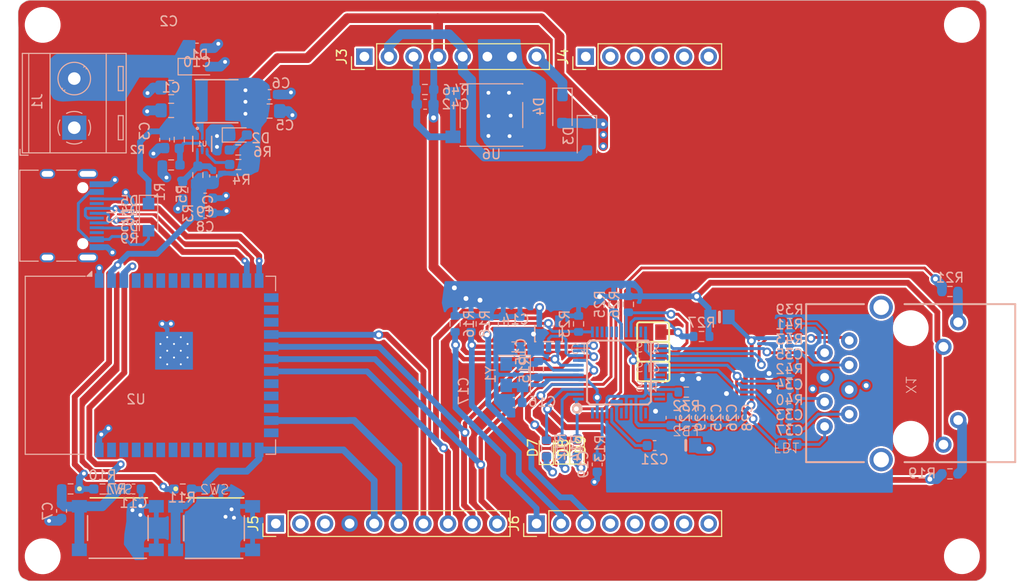
<source format=kicad_pcb>
(kicad_pcb (version 20240108) (generator "pcbnew") (generator_version "8.0")
  (layers (0 "F.Cu" signal) (31 "B.Cu" signal) (34 "B.Paste" user) (35 "F.Paste" user) (36 "B.SilkS" user "B.Silkscreen") (37 "F.SilkS" user "F.Silkscreen") (38 "B.Mask" user) (39 "F.Mask" user) (44 "Edge.Cuts" user))
  (property "SHEETTOTAL" "1")
  (net 0 "")
  (net 1 "GND")
  (net 2 "VIN")
  (net 3 "Net-(U1-FB)")
  (net 4 "AGND")
  (net 5 "Net-(X1-TCT)")
  (net 6 "Net-(X1-RX+)")
  (net 7 "/Ethernet/RX+")
  (net 8 "Net-(X1-RX-)")
  (net 9 "/Ethernet/RX-")
  (net 10 "Net-(X1-RCT)")
  (net 11 "AVDD")
  (net 12 "Net-(U$1-XO)")
  (net 13 "Net-(U$1-XI{slash}CLKIN)")
  (net 14 "+3V3")
  (net 15 "Net-(U$1-1V20)")
  (net 16 "Net-(U$1-TOCAP)")
  (net 17 "/Archi/RUN")
  (net 18 "+5V")
  (net 19 "Net-(D2-A)")
  (net 20 "/MCU-WiFi/GPIO0")
  (net 21 "/MCU-WiFi/D-")
  (net 22 "/MCU-WiFi/D+")
  (net 23 "/Ethernet/MISO")
  (net 24 "/Archi/GP17")
  (net 25 "/Archi/GP18")
  (net 26 "/Archi/GP16")
  (net 27 "/Archi/A0")
  (net 28 "/Archi/A3")
  (net 29 "/Archi/A1")
  (net 30 "/Archi/A2")
  (net 31 "/Archi/GP06")
  (net 32 "/Archi/GP02")
  (net 33 "/Archi/GP05")
  (net 34 "/Archi/GP03")
  (net 35 "Net-(D3-A2)")
  (net 36 "/Archi/GP04")
  (net 38 "Net-(U1-SW)")
  (net 39 "Net-(U1-EN)")
  (net 40 "Net-(U1-PG)")
  (net 41 "/Ethernet/TX-")
  (net 42 "/Ethernet/TX+")
  (net 43 "Net-(SJ1-A)")
  (net 44 "Net-(SJ2-A)")
  (net 45 "Net-(SJ3-A)")
  (net 46 "Net-(U$1-EXRES1)")
  (net 47 "/Ethernet/YELLOWLED")
  (net 48 "/Ethernet/ACTLED")
  (net 49 "/Ethernet/LINKLED")
  (net 50 "/Ethernet/GREENLED")
  (net 51 "/Ethernet/SPDLED")
  (net 52 "/Ethernet/DUPLED")
  (net 80 "Net-(D7-K)")
  (net 93 "Net-(J2-CC1)")
  (net 94 "Net-(J2-CC2)")
  (net 95 "Net-(D8-K)")
  (net 96 "Net-(D9-K)")
  (net 97 "VBAT")
  (net 98 "/MCU-WiFi/CHIP_PU")
  (net 100 "/Archi/MISO")
  (net 101 "/Ethernet/CS")
  (net 105 "/Ethernet/SCK")
  (net 106 "/Archi/READY")
  (net 107 "/Archi/CS1")
  (net 108 "/Ethernet/MOSI")
  (net 109 "/Ethernet/INTN")
  (net 110 "/Ethernet/RESET")
  (net 111 "Net-(U$1-TXN)")
  (net 112 "Net-(U$1-TXP)")
  (net 113 "Net-(U$1-RXN)")
  (net 114 "Net-(U$1-RXP)")
  (footprint "Connector_PinHeader_2.54mm:PinHeader_1x06_P2.54mm_Vertical" (layer "F.Cu") (at 158.717122 79.903207 90)
    (property "Reference" "J4")
    (property "Value" "Analog")
  )
  (footprint "Connector_PinHeader_2.54mm:PinHeader_1x08_P2.54mm_Vertical" (layer "F.Cu") (at 135.857122 79.903207 90)
    (property "Reference" "J3")
    (property "Value" "Power")
  )
  (footprint "LED_SMD:LED_0603_1608Metric_Pad1.05x0.95mm_HandSolder" (layer "F.Cu") (at 157.825 120.35 90)
    (property "Reference" "D8")
    (property "Value" "LED_POW" (hide yes))
  )
  (footprint "Connector_PinHeader_2.54mm:PinHeader_1x08_P2.54mm_Vertical" (layer "F.Cu") (at 153.637122 128.163207 90)
    (property "Reference" "J6")
    (property "Value" "Digital/PWM")
  )
  (footprint "LED_SMD:LED_0603_1608Metric_Pad1.05x0.95mm_HandSolder" (layer "F.Cu") (at 156.3 120.35 90)
    (property "Reference" "D9")
    (property "Value" "LED_POW" (hide yes))
  )
  (footprint "Connector_PinHeader_2.54mm:PinHeader_1x10_P2.54mm_Vertical" (layer "F.Cu") (at 126.713122 128.163207 90)
    (property "Reference" "J5")
    (property "Value" "Digital/PWM")
  )
  (footprint "LED_SMD:LED_0603_1608Metric_Pad1.05x0.95mm_HandSolder" (layer "F.Cu") (at 154.65 120.4 90)
    (property "Reference" "D7")
    (property "Value" "LED_POW" (hide yes))
  )
  (footprint "Capacitor_SMD:C_0603_1608Metric" (layer "B.Cu") (at 118.575 79.025)
    (property "Reference" "C10")
    (property "Value" "10uF" (hide yes))
  )
  (footprint "NSARCHI:Ferrite" (layer "B.Cu") (at 172.525 107.475)
    (property "Reference" "FB1")
    (property "Value" "ferrite" (hide yes))
  )
  (footprint "Resistor_SMD:R_0603_1608Metric_Pad0.98x0.95mm_HandSolder" (layer "B.Cu") (at 157.825 120.35 90)
    (property "Reference" "R13")
    (property "Value" "470" (hide yes))
  )
  (footprint "LED_SMD:LED_0603_1608Metric_Pad1.05x0.95mm_HandSolder" (layer "B.Cu") (at 122.84735 88.0007)
    (property "Reference" "D2")
    (property "Value" "LED_POW")
  )
  (footprint "Capacitor_SMD:C_0603_1608Metric" (layer "B.Cu") (at 167.525 117.225 90)
    (property "Reference" "C27")
    (property "Value" "0.1uF" (hide yes))
  )
  (footprint "Resistor_SMD:R_0603_1608Metric_Pad0.98x0.95mm_HandSolder" (layer "B.Cu") (at 122.85735 91.05)
    (property "Reference" "R4")
    (property "Value" "10K" (hide yes))
  )
  (footprint "Resistor_SMD:R_0603_1608Metric" (layer "B.Cu") (at 179.748026 109.007 180)
    (property "Reference" "R41")
    (property "Value" "49.9")
  )
  (footprint "Resistor_SMD:R_0603_1608Metric" (layer "B.Cu") (at 163.125 105.5 -90)
    (property "Reference" "R26")
    (property "Value" "10K")
  )
  (footprint "NSARCHI:button" (layer "B.Cu") (at 110.45 125.1455 180)
    (property "Reference" "SW1")
    (property "Value" "SW_MEC_5E")
  )
  (footprint "Capacitor_SMD:C_0603_1608Metric" (layer "B.Cu") (at 165.825 120.1)
    (property "Reference" "C21")
    (property "Value" "10uF" (hide yes))
  )
  (footprint "Capacitor_SMD:C_0805_2012Metric_Pad1.18x1.45mm_HandSolder" (layer "B.Cu") (at 115.90265 83.0993 180)
    (property "Reference" "C1")
    (property "Value" "10u" (hide yes))
  )
  (footprint "Inductor_SMD:L_2512_6332Metric" (layer "B.Cu") (at 120.5419 84.3703)
    (property "Reference" "L1" (hide yes))
    (property "Value" "2.2uH" (hide yes))
  )
  (footprint "Resistor_SMD:R_0603_1608Metric" (layer "B.Cu") (at 153.825 112.225 -90)
    (property "Reference" "R15")
    (property "Value" "1M")
  )
  (footprint "Capacitor_SMD:C_0603_1608Metric" (layer "B.Cu") (at 151.225 109.9 180)
    (property "Reference" "C14")
    (property "Value" "22pF" (hide yes))
  )
  (footprint "Resistor_SMD:R_0603_1608Metric_Pad0.98x0.95mm_HandSolder" (layer "B.Cu") (at 142.11 83.3)
    (property "Reference" "R46")
    (property "Value" "10K" (hide yes))
  )
  (footprint "Capacitor_SMD:C_0603_1608Metric" (layer "B.Cu") (at 179.748026 112.107 180)
    (property "Reference" "C35")
    (property "Value" "10nF" (hide yes))
  )
  (footprint "Capacitor_SMD:C_0805_2012Metric_Pad1.18x1.45mm_HandSolder" (layer "B.Cu") (at 115.90265 85.4593 180)
    (property "Reference" "C2")
    (property "Value" "10u" (hide yes))
  )
  (footprint "Button_Switch_SMD:SW_SPST_PTS645" (layer "B.Cu") (at 148.98 85.94)
    (property "Reference" "U6")
    (property "Value" "RESET")
  )
  (footprint "Resistor_SMD:R_0603_1608Metric_Pad0.98x0.95mm_HandSolder" (layer "B.Cu") (at 108.82 124.59 180)
    (property "Reference" "R10")
    (property "Value" "1K")
  )
  (footprint "Capacitor_SMD:C_0603_1608Metric" (layer "B.Cu") (at 179.773026 119.982 180)
    (property "Reference" "C37")
    (property "Value" "6.8nF" (hide yes))
  )
  (footprint "Resistor_SMD:R_0603_1608Metric" (layer "B.Cu") (at 169.1 114.575)
    (property "Reference" "R32")
    (property "Value" "12.4K")
  )
  (footprint "Resistor_SMD:R_0603_1608Metric_Pad0.98x0.95mm_HandSolder" (layer "B.Cu") (at 156.275 120.35 90)
    (property "Reference" "R14")
    (property "Value" "470" (hide yes))
  )
  (footprint "Capacitor_SMD:C_0603_1608Metric" (layer "B.Cu") (at 173.975 117.2 90)
    (property "Reference" "C28")
    (property "Value" "0.1uF" (hide yes))
  )
  (footprint "Capacitor_SMD:C_0603_1608Metric" (layer "B.Cu") (at 151.925 107.525 -90)
    (property "Reference" "C15")
    (property "Value" "10uF" (hide yes))
  )
  (footprint "Resistor_SMD:R_0603_1608Metric" (layer "B.Cu") (at 157.975 107.525 -90)
    (property "Reference" "R23")
    (property "Value" "10K")
  )
  (footprint "Capacitor_SMD:C_0603_1608Metric" (layer "B.Cu") (at 150.2 107.55 -90)
    (property "Reference" "C17")
    (property "Value" "0.1uF" (hide yes))
  )
  (footprint "Diode_SMD:Nexperia_CFP3_SOD-123W" (layer "B.Cu") (at 113.57 96.495 -90)
    (property "Reference" "D6")
    (property "Value" "1N5819" (hide yes))
  )
  (footprint "Resistor_SMD:R_0603_1608Metric_Pad0.98x0.95mm_HandSolder" (layer "B.Cu") (at 117.105798 124.594701 180)
    (property "Reference" "R11")
    (property "Value" "1K")
  )
  (footprint "Capacitor_SMD:C_0603_1608Metric" (layer "B.Cu") (at 179.748026 115.232 180)
    (property "Reference" "C34")
    (property "Value" "10nF" (hide yes))
  )
  (footprint "Resistor_SMD:R_0603_1608Metric_Pad0.98x0.95mm_HandSolder" (layer "B.Cu") (at 105.52 124.58)
    (property "Reference" "R7")
    (property "Value" "1K")
  )
  (footprint "Capacitor_SMD:C_0603_1608Metric" (layer "B.Cu") (at 151.375 115.65 180)
    (property "Reference" "C16")
    (property "Value" "22pF" (hide yes))
  )
  (footprint "Resistor_SMD:R_0603_1608Metric_Pad0.98x0.95mm_HandSolder" (layer "B.Cu") (at 118.66265 92.1425 -90)
    (property "Reference" "R5")
    (property "Value" "220K" (hide yes))
  )
  (footprint "Arduino_MountingHole:MountingHole_3.2mm" (layer "B.Cu") (at 102.639002 76.624067)
    (property "Reference" "MH2" (hide yes))
    (property "Value" "MountingHole_3.2mm" (hide yes))
  )
  (footprint "Resistor_SMD:R_0603_1608Metric" (layer "B.Cu") (at 196.325 123.025 180)
    (property "Reference" "R19")
    (property "Value" "470")
  )
  (footprint "Capacitor_SMD:C_0603_1608Metric" (layer "B.Cu") (at 119.425 94.525)
    (property "Reference" "C9")
    (property "Value" "10uF")
  )
  (footprint "Diode_SMD:D_SOD-123F" (layer "B.Cu") (at 156.31 85.3725 -90)
    (property "Reference" "D4")
    (property "Value" "DSS14U" (hide yes))
  )
  (footprint "Capacitor_SMD:C_0603_1608Metric" (layer "B.Cu") (at 172.375 117.2 90)
    (property "Reference" "C26")
    (property "Value" "0.1uF" (hide yes))
  )
  (footprint "Resistor_SMD:R_0603_1608Metric" (layer "B.Cu") (at 146.875 107.525 90)
    (property "Reference" "R18")
    (property "Value" "10K")
  )
  (footprint "Resistor_SMD:R_0603_1608Metric" (layer "B.Cu") (at 170.675 108.825 180)
    (property "Reference" "R27")
    (property "Value" "10K")
  )
  (footprint "Diode_SMD:D_0201_0603Metric" (layer "B.Cu") (at 111.59 96.82 180)
    (property "Reference" "D4")
    (property "Value" "D_TVS_Filled" (hide yes))
  )
  (footprint "Crystal:Crystal_SMD_TXC_7M-4Pin_3.2x2.5mm" (layer "B.Cu") (at 151.35 112.775 -90)
    (property "Reference" "Y1")
    (property "Value" "25MHz")
  )
  (footprint "Resistor_SMD:R_0603_1608Metric" (layer "B.Cu") (at 145.225 107.525 90)
    (property "Reference" "R16")
    (property "Value" "10K")
  )
  (footprint "anetLib:74AHC1G125" (layer "B.Cu") (at 154.875 114.55)
    (property "Reference" "IC1")
    (property "Value" "74AHC1G125" (hide yes))
  )
  (footprint "Resistor_SMD:R_0603_1608Metric" (layer "B.Cu") (at 154.675 120.375 90)
    (property "Reference" "R12")
    (property "Value" "470")
  )
  (footprint "Capacitor_SMD:C_0603_1608Metric" (layer "B.Cu") (at 179.748026 118.382 180)
    (property "Reference" "C33")
    (property "Value" "6.8nF" (hide yes))
  )
  (footprint "Resistor_SMD:R_0603_1608Metric_Pad0.98x0.95mm_HandSolder" (layer "B.Cu") (at 115.90265 91.0993)
    (property "Reference" "R2")
    (property "Value" "32K" (hide yes))
  )
  (footprint "Arduino_MountingHole:MountingHole_3.2mm" (layer "B.Cu") (at 197.558802 131.533787)
    (property "Reference" "MH3" (hide yes))
    (property "Value" "MountingHole_3.2mm" (hide yes))
  )
  (footprint "Resistor_SMD:R_0603_1608Metric" (layer "B.Cu") (at 179.748026 113.632 180)
    (property "Reference" "R42")
    (property "Value" "49.9")
  )
  (footprint "Arduino_MountingHole:MountingHole_3.2mm" (layer "B.Cu") (at 102.639002 131.543947)
    (property "Reference" "MH1" (hide yes))
    (property "Value" "MountingHole_3.2mm" (hide yes))
  )
  (footprint "Resistor_SMD:R_0603_1608Metric_Pad0.98x0.95mm_HandSolder" (layer "B.Cu") (at 122.82735 89.55 180)
    (property "Reference" "R6")
    (property "Value" "1K" (hide yes))
  )
  (footprint "Capacitor_SMD:C_0603_1608Metric" (layer "B.Cu") (at 112.02 124.59)
    (property "Reference" "C11")
    (property "Value" "10uF")
  )
  (footprint "TerminalBlock_RND:TerminalBlock_RND_205-00287_1x02_P5.08mm_Horizontal" (layer "B.Cu") (at 105.9 87.25 90)
    (property "Reference" "J1")
    (property "Value" "BAT")
  )
  (footprint "anetLib:Jumper" (layer "B.Cu") (at 167.289603 113.379603)
    (property "Reference" "SJ1")
    (property "Value" "SOLDERJUMPERREFLOW_NOPASTE" (hide yes))
  )
  (footprint "Resistor_SMD:R_0603_1608Metric_Pad0.98x0.95mm_HandSolder" (layer "B.Cu") (at 116.74265 88.48 90)
    (property "Reference" "R1")
    (property "Value" "100K" (hide yes))
  )
  (footprint "Capacitor_SMD:C_0603_1608Metric" (layer "B.Cu") (at 104.59 126.86 -90)
    (property "Reference" "C7")
    (property "Value" "10uF")
  )
  (footprint "Capacitor_SMD:C_0603_1608Metric" (layer "B.Cu") (at 159.9 122.05 -90)
    (property "Reference" "C19")
    (property "Value" "0.1uF" (hide yes))
  )
  (footprint "Resistor_SMD:R_0603_1608Metric_Pad0.98x0.95mm_HandSolder" (layer "B.Cu") (at 117.1 93.7 90)
    (property "Reference" "R3")
    (property "Value" "10K" (hide yes))
  )
  (footprint "Capacitor_SMD:C_0603_1608Metric" (layer "B.Cu") (at 120.265798 124.594701)
    (property "Reference" "C12" (hide yes))
    (property "Value" "10uF")
  )
  (footprint "Resistor_SMD:R_0603_1608Metric" (layer "B.Cu") (at 161.6 105.5 -90)
    (property "Reference" "R25")
    (property "Value" "10K")
  )
  (footprint "Resistor_SMD:R_0603_1608Metric" (layer "B.Cu") (at 179.748026 116.832 180)
    (property "Reference" "R40")
    (property "Value" "49.9")
  )
  (footprint "Capacitor_SMD:C_0603_1608Metric_Pad1.08x0.95mm_HandSolder" (layer "B.Cu") (at 126.07985 83.82)
    (property "Reference" "C6")
    (property "Value" "100n" (hide yes))
  )
  (footprint "NSARCHI:RB1-125BAG1A" (layer "B.Cu") (at 192.275 113.8 90)
    (property "Reference" "X1")
    (property "Value" "RB1-125BAG1A" (hide yes))
  )
  (footprint "Capacitor_SMD:C_0603_1608Metric_Pad1.08x0.95mm_HandSolder" (layer "B.Cu") (at 142.1325 84.83 180)
    (property "Reference" "C42")
    (property "Value" "1n" (hide yes))
  )
  (footprint "Capacitor_SMD:C_0805_2012Metric_Pad1.18x1.45mm_HandSolder" (layer "B.Cu") (at 126.07735 85.53)
    (property "Reference" "C5")
    (property "Value" "22u" (hide yes))
  )
  (footprint "Connector_USB:USB_C_Receptacle_HRO_TYPE-C-31-M-12" (layer "B.Cu") (at 104.18 96.34 90)
    (property "Reference" "J2")
    (property "Value" "USB_C_Receptacle_USB2.0_16P")
  )
  (footprint "Diode_SMD:D_0201_0603Metric" (layer "B.Cu") (at 111.59 95.87 180)
    (property "Reference" "D5")
    (property "Value" "D_TVS_Filled" (hide yes))
  )
  (footprint "Arduino_MountingHole:MountingHole_3.2mm" (layer "B.Cu") (at 197.558802 76.624067)
    (property "Reference" "MH4" (hide yes))
    (property "Value" "MountingHole_3.2mm" (hide yes))
  )
  (footprint "Resistor_SMD:R_0603_1608Metric" (layer "B.Cu") (at 196.325 104.175 180)
    (property "Reference" "R21")
    (property "Value" "470")
  )
  (footprint "Resistor_SMD:R_0603_1608Metric" (layer "B.Cu") (at 179.773026 107.482 180)
    (property "Reference" "R39")
    (property "Value" "49.9")
  )
  (footprint "RF_Module:ESP32-S3-WROOM-1" (layer "B.Cu") (at 113.74 111.8 -90)
    (property "Reference" "U2")
    (property "Value" "ESP32-S3-WROOM-1")
  )
  (footprint "Resistor_SMD:R_0201_0603Metric" (layer "B.Cu") (at 111.59 97.645)
    (property "Reference" "R9")
    (property "Value" "5k1" (hide yes))
  )
  (footprint "Capacitor_SMD:C_0603_1608Metric" (layer "B.Cu") (at 119.425 96.075)
    (property "Reference" "C8")
    (property "Value" "0.1uF")
  )
  (footprint "Capacitor_SMD:C_0603_1608Metric" (layer "B.Cu") (at 170.775 117.2 90)
    (property "Reference" "C25")
    (property "Value" "0.1uF" (hide yes))
  )
  (footprint "Resistor_SMD:R_0603_1608Metric" (layer "B.Cu") (at 179.748026 110.557 180)
    (property "Reference" "R43")
    (property "Value" "10")
  )
  (footprint "NSARCHI:button" (layer "B.Cu") (at 120.39 125.1555 180)
    (property "Reference" "SW2")
    (property "Value" "SW_MEC_5E")
  )
  (footprint "Diode_SMD:D_SOD-323_HandSoldering" (layer "B.Cu") (at 118.63515 80.9393)
    (property "Reference" "D1")
    (property "Value" "SD12C-7" (hide yes))
  )
  (footprint "NSARCHI:Ferrite" (layer "B.Cu") (at 169.05 119.415 180)
    (property "Reference" "FB2")
    (property "Value" "ferrite" (hide yes))
  )
  (footprint "Capacitor_SMD:C_0402_1005Metric_Pad0.74x0.62mm_HandSolder" (layer "B.Cu") (at 120.24735 92.23 -90)
    (property "Reference" "C4")
    (property "Value" "56p" (hide yes))
  )
  (footprint "anetLib:W5500" (layer "B.Cu") (at 162.15 112.05)
    (property "Reference" "U$1" (hide yes))
    (property "Value" "W5500")
  )
  (footprint "anetLib:Jumper" (layer "B.Cu") (at 167.250605 109.316605)
    (property "Reference" "SJ3")
    (property "Value" "SOLDERJUMPERREFLOW_NOPASTE" (hide yes))
  )
  (footprint "Capacitor_SMD:C_0603_1608Metric" (layer "B.Cu") (at 169.125 117.2 90)
    (property "Reference" "C29")
    (property "Value" "10uF" (hide yes))
  )
  (footprint "Diode_SMD:D_0201_0603Metric" (layer "B.Cu") (at 111.595 98.495 180)
    (property "Reference" "D3")
    (property "Value" "D_TVS_Filled" (hide yes))
  )
  (footprint "Diode_SMD:D_SOD-123F" (layer "B.Cu") (at 158.84 88.2025 -90)
    (property "Reference" "D3")
    (property "Value" "DSS14U" (hide yes))
  )
  (footprint "anetLib:SOT6_DRL_TEX-L" (layer "B.Cu") (at 119.112524 88.9193 -90)
    (property "Reference" "U1")
    (property "Value" "TPS563252DRLR" (hide yes))
  )
  (footprint "anetLib:Jumper" (layer "B.Cu") (at 167.289603 111.354603)
    (property "Reference" "SJ2")
    (property "Value" "SOLDERJUMPERREFLOW_NOPASTE" (hide yes))
  )
  (footprint "Resistor_SMD:R_0201_0603Metric" (layer "B.Cu") (at 111.595 94.995)
    (property "Reference" "R8" (hide yes))
    (property "Value" "5k1" (hide yes))
  )
  (footprint "Capacitor_SMD:C_0603_1608Metric_Pad1.08x0.95mm_HandSolder" (layer "B.Cu") (at 115.23265 88.49 -90)
    (property "Reference" "C3")
    (property "Value" "100n" (hide yes))
  )
  (gr_arc (start 198.828812 74.084047) (mid 199.726849 74.456022) (end 200.098812 75.354047) (stroke (width 0.05)) (layer "Edge.Cuts"))
  (gr_line (start 101.369002 74.084047) (end 198.828812 74.084047) (stroke (width 0.05)) (layer "Edge.Cuts"))
  (gr_line (start 200.098812 75.354047) (end 200.098812 132.813947) (stroke (width 0.05)) (layer "Edge.Cuts"))
  (gr_line (start 100.099002 132.813947) (end 100.099002 75.354047) (stroke (width 0.05)) (layer "Edge.Cuts"))
  (gr_arc (start 200.098812 132.813947) (mid 199.72685 133.711973) (end 198.828812 134.083947) (stroke (width 0.05)) (layer "Edge.Cuts"))
  (gr_arc (start 100.099002 75.354047) (mid 100.470994 74.456054) (end 101.369002 74.084047) (stroke (width 0.05)) (layer "Edge.Cuts"))
  (gr_line (start 198.828812 134.083947) (end 101.369002 134.083947) (stroke (width 0.05)) (layer "Edge.Cuts"))
  (gr_arc (start 101.369002 134.083947) (mid 100.470959 133.711976) (end 100.099002 132.813947) (stroke (width 0.05)) (layer "Edge.Cuts"))
  (via (at 128.42735 85.95) (size 0.8) (drill 0.4) (layers "F.Cu" "B.Cu") (net 1))
  (via (at 109.43 118.32) (size 0.8) (drill 0.4) (layers "F.Cu" "B.Cu") (net 1))
  (via (at 122.14 126.69) (size 0.8) (drill 0.4) (layers "F.Cu" "B.Cu") (net 1))
  (via (at 114.98 107.52) (size 0.8) (drill 0.4) (layers "F.Cu" "B.Cu") (net 1))
  (via (at 150.85 88.12) (size 0.8) (drill 0.4) (layers "F.Cu" "B.Cu") (net 1))
  (via (at 109.845 100.145) (size 0.8) (drill 0.4) (layers "F.Cu" "B.Cu") (net 1))
  (via (at 159.9 115.125) (size 0.9064) (drill 0.5) (layers "F.Cu" "B.Cu") (net 1))
  (via (at 171.45 120.445) (size 0.9064) (drill 0.5) (layers "F.Cu" "B.Cu") (net 1))
  (via (at 120.63735 89.23) (size 0.8) (drill 0.4) (layers "F.Cu" "B.Cu") (net 1))
  (via (at 113.42515 85.5593) (size 0.8) (drill 0.4) (layers "F.Cu" "B.Cu") (net 1))
  (via (at 121.625 95.85) (size 0.8) (drill 0.4) (layers "F.Cu" "B.Cu") (net 1))
  (via (at 150.96 86) (size 0.8) (drill 0.4) (layers "F.Cu" "B.Cu") (net 1))
  (via (at 120.63735 88.11) (size 0.8) (drill 0.4) (layers "F.Cu" "B.Cu") (net 1))
  (via (at 187.675 113.9) (size 0.9064) (drill 0.5) (layers "F.Cu" "B.Cu") (net 1))
  (via (at 121.472 80.44535) (size 0.8) (drill 0.4) (layers "F.Cu" "B.Cu") (net 1))
  (via (at 114.075 89.925) (size 0.8) (drill 0.4) (layers "F.Cu" "B.Cu") (net 1))
  (via (at 111.211298 93.934959) (size 0.8) (drill 0.4) (layers "F.Cu" "B.Cu") (net 1))
  (via (at 103.3 127.88) (size 0.8) (drill 0.4) (layers "F.Cu" "B.Cu") (net 1))
  (via (at 148.67 88.1) (size 0.8) (drill 0.4) (layers "F.Cu" "B.Cu") (net 1))
  (via (at 112.72 127.27) (size 0.8) (drill 0.4) (layers "F.Cu" "B.Cu") (net 1))
  (via (at 110.095 92.645) (size 0.8) (drill 0.4) (layers "F.Cu" "B.Cu") (net 1))
  (via (at 108.48 101.75) (size 0.8) (drill 0.4) (layers "F.Cu" "B.Cu") (net 1))
  (via (at 122.39 127.56) (size 0.8) (drill 0.4) (layers "F.Cu" "B.Cu") (net 1))
  (via (at 182.15 114.25) (size 0.9064) (drill 0.5) (layers "F.Cu" "B.Cu") (net 1))
  (via (at 121.575 94.275) (size 0.8) (drill 0.4) (layers "F.Cu" "B.Cu") (net 1))
  (via (at 112.72 126.33) (size 0.8) (drill 0.4) (layers "F.Cu" "B.Cu") (net 1))
  (via (at 120.775 78.575) (size 0.8) (drill 0.4) (layers "F.Cu" "B.Cu") (net 1))
  (via (at 153.325 108.575) (size 0.9064) (drill 0.5) (layers "F.Cu" "B.Cu") (net 1))
  (via (at 128.27735 83.6) (size 0.8) (drill 0.4) (layers "F.Cu" "B.Cu") (net 1))
  (via (at 111.91 126.78) (size 0.8) (drill 0.4) (layers "F.Cu" "B.Cu") (net 1))
  (via (at 150.79 83.64) (size 0.8) (drill 0.4) (layers "F.Cu" "B.Cu") (net 1))
  (via (at 113.46515 83.6693) (size 0.8) (drill 0.4) (layers "F.Cu" "B.Cu") (net 1))
  (via (at 115.88 107.51) (size 0.8) (drill 0.4) (layers "F.Cu" "B.Cu") (net 1))
  (via (at 108.69 118.95) (size 0.8) (drill 0.4) (layers "F.Cu" "B.Cu") (net 1))
  (via (at 159.6125 123.8625) (size 0.8) (drill 0.4) (layers "F.Cu" "B.Cu") (net 1))
  (via (at 121.52 127.46) (size 0.8) (drill 0.4) (layers "F.Cu" "B.Cu") (net 1))
  (via (at 148.67 83.64) (size 0.8) (drill 0.4) (layers "F.Cu" "B.Cu") (net 1))
  (via (at 148.69 86.04) (size 0.8) (drill 0.4) (layers "F.Cu" "B.Cu") (net 1))
  (via (at 115.425 92.4) (size 0.8) (drill 0.4) (layers "F.Cu" "B.Cu") (net 1))
  (via (at 116.6 95.625) (size 0.8) (drill 0.4) (layers "F.Cu" "B.Cu") (net 1))
  (segment (start 108.8 118.95) (end 109.43 118.32) (width 0.6) (layer "B.Cu") (net 1))
  (segment (start 158.8425 113.3) (end 157.95 113.3) (width 0.3) (layer "B.Cu") (net 1))
  (segment (start 120.325 79.025) (end 120.775 78.575) (width 1) (layer "B.Cu") (net 1))
  (segment (start 115.5 108.9) (end 115.5 108.04) (width 0.45) (layer "B.Cu") (net 1))
  (segment (start 159.9 115.125) (end 159.9 114.3575) (width 0.3) (layer "B.Cu") (net 1))
  (segment (start 117.1 95.125) (end 117.1 94.6125) (width 1) (layer "B.Cu") (net 1))
  (segment (start 115.5 108.04) (end 114.98 107.52) (width 0.45) (layer "B.Cu") (net 1))
  (segment (start 111.91 95.87) (end 111.91 96.82) (width 0.3) (layer "B.Cu") (net 1))
  (segment (start 116.6 95.625) (end 117.1 95.125) (width 1) (layer "B.Cu") (net 1))
  (segment (start 159.9 123.575) (end 159.9 122.825) (width 0.6) (layer "B.Cu") (net 1))
  (segment (start 111.211298 93.934959) (end 111.915 94.638661) (width 0.3) (layer "B.Cu") (net 1))
  (segment (start 108.48 120.55) (end 108.48 119.16) (width 0.6) (layer "B.Cu") (net 1))
  (segment (start 114.03515 83.0993) (end 113.46515 83.6693) (width 1) (layer "B.Cu") (net 1))
  (segment (start 111.91 96.82) (end 111.91 97.645) (width 0.3) (layer "B.Cu") (net 1))
  (segment (start 103.3 127.88) (end 104.345 127.88) (width 1) (layer "B.Cu") (net 1))
  (segment (start 109.65 93.09) (end 108.225 93.09) (width 0.6) (layer "B.Cu") (net 1))
  (segment (start 113.52515 85.4593) (end 113.42515 85.5593) (width 1) (layer "B.Cu") (net 1))
  (segment (start 119.35 79.025) (end 120.325 79.025) (width 1) (layer "B.Cu") (net 1))
  (segment (start 111.915 95.865) (end 111.91 95.87) (width 0.3) (layer "B.Cu") (net 1))
  (segment (start 108.48 119.16) (end 108.69 118.95) (width 0.45) (layer "B.Cu") (net 1))
  (segment (start 171.45 120.445) (end 170.37 120.445) (width 1) (layer "B.Cu") (net 1))
  (segment (start 121.1627 80.75465) (end 121.472 80.44535) (width 1) (layer "B.Cu") (net 1))
  (segment (start 111.915 98.495) (end 111.915 97.65) (width 0.3) (layer "B.Cu") (net 1))
  (segment (start 109.29 99.59) (end 109.845 100.145) (width 0.6) (layer "B.Cu") (net 1))
  (segment (start 111.915 97.65) (end 111.91 97.645) (width 0.3) (layer "B.Cu") (net 1))
  (segment (start 120.97805 80.9393) (end 121.1627 80.75465) (width 1) (layer "B.Cu") (net 1))
  (segment (start 114.98 107.52) (end 115.87 107.52) (width 0.45) (layer "B.Cu") (net 1))
  (segment (start 128.00735 85.53) (end 127.11485 85.53) (width 1) (layer "B.Cu") (net 1))
  (segment (start 115.425 92.4) (end 114.99015 91.96515) (width 1) (layer "B.Cu") (net 1))
  (segment (start 119.88515 80.9393) (end 120.97805 80.9393) (width 1) (layer "B.Cu") (net 1))
  (segment (start 108.225 99.59) (end 109.29 99.59) (width 0.6) (layer "B.Cu") (net 1))
  (segment (start 110.095 92.645) (end 109.65 93.09) (width 0.6) (layer "B.Cu") (net 1))
  (segment (start 121.325 94.525) (end 121.575 94.275) (width 0.6) (layer "B.Cu") (net 1))
  (segment (start 159.9 114.3575) (end 158.8425 113.3) (width 0.3) (layer "B.Cu") (net 1))
  (segment (start 114.075 89.925) (end 114.6475 89.3525) (width 1) (layer "B.Cu") (net 1))
  (segment (start 114.86515 85.4593) (end 113.52515 85.4593) (width 1) (layer "B.Cu") (net 1))
  (segment (start 114.99015 91.96515) (end 114.99015 91.0993) (width 1) (layer "B.Cu") (net 1))
  (segment (start 115.87 107.52) (end 115.88 107.51) (width 0.45) (layer "B.Cu") (net 1))
  (segment (start 114.86515 83.0993) (end 114.03515 83.0993) (width 1) (layer "B.Cu") (net 1))
  (segment (start 128.27735 83.6) (end 128.05735 83.82) (width 1) (layer "B.Cu") (net 1))
  (segment (start 104.345 127.88) (end 104.59 127.635) (width 1) (layer "B.Cu") (net 1))
  (segment (start 120.2 96.075) (end 121.4 96.075) (width 0.6) (layer "B.Cu") (net 1))
  (segment (start 120.2 94.525) (end 121.325 94.525) (width 0.6) (layer "B.Cu") (net 1))
  (segment (start 111.915 94.995) (end 111.915 95.865) (width 0.3) (layer "B.Cu") (net 1))
  (segment (start 128.05735 83.82) (end 126.94235 83.82) (width 1) (layer "B.Cu") (net 1))
  (segment (start 108.69 118.95) (end 108.8 118.95) (width 0.45) (layer "B.Cu") (net 1))
  (segment (start 114.6475 89.3525) (end 115.23265 89.3525) (width 1) (layer "B.Cu") (net 1))
  (segment (start 159.9 115.125) (end 159.9 116.75) (width 0.3) (layer "B.Cu") (net 1))
  (segment (start 111.915 94.638661) (end 111.915 94.995) (width 0.3) (layer "B.Cu") (net 1))
  (segment (start 159.6125 123.8625) (end 159.9 123.575) (width 0.6) (layer "B.Cu") (net 1))
  (segment (start 108.48 101.75) (end 108.48 103.05) (width 0.6) (layer "B.Cu") (net 1))
  (segment (start 121.4 96.075) (end 121.625 95.85) (width 0.6) (layer "B.Cu") (net 1))
  (segment (start 128.42735 85.95) (end 128.00735 85.53) (width 1) (layer "B.Cu") (net 1))
  (segment (start 156.31 83.9725) (end 156.31 82.576085) (width 1) (layer "B.Cu") (net 2))
  (segment (start 156.31 82.576085) (end 153.637122 79.903207) (width 1) (layer "B.Cu") (net 2))
  (segment (start 118.612398 89.6686) (end 118.612398 91.179748) (width 0.3) (layer "B.Cu") (net 3))
  (segment (start 119.81485 91.23) (end 120.24735 91.6625) (width 0.6) (layer "B.Cu") (net 3))
  (segment (start 118.612398 91.179748) (end 118.66265 91.23) (width 0.3) (layer "B.Cu") (net 3))
  (segment (start 118.66265 91.23) (end 119.81485 91.23) (width 0.6) (layer "B.Cu") (net 3))
  (segment (start 116.81515 92.61) (end 117.28265 92.61) (width 0.6) (layer "B.Cu") (net 3))
  (segment (start 119.91485 91.33) (end 120.24735 91.6625) (width 0.6) (layer "B.Cu") (net 3))
  (segment (start 117.28265 92.61) (end 118.66265 91.23) (width 0.6) (layer "B.Cu") (net 3))
  (via (at 177.65 114.5) (size 0.9064) (drill 0.5) (layers "F.Cu" "B.Cu") (net 4))
  (via (at 173.25 114.725) (size 0.9064) (drill 0.5) (layers "F.Cu" "B.Cu") (net 4))
  (via (at 170.375 113.175) (size 0.9064) (drill 0.5) (layers "F.Cu" "B.Cu") (net 4))
  (via (at 168.7 113.25) (size 0.9064) (drill 0.5) (layers "F.Cu" "B.Cu") (net 4))
  (via (at 165.925 116.55) (size 0.9064) (drill 0.5) (layers "F.Cu" "B.Cu") (net 4))
  (via (at 177.648247 112.646217) (size 0.9064) (drill 0.5) (layers "F.Cu" "B.Cu") (net 4))
  (segment (start 165.4575 110.8) (end 164.9 110.2425) (width 0.3) (layer "B.Cu") (net 4))
  (segment (start 166.35 110.8) (end 165.4575 110.8) (width 0.3) (layer "B.Cu") (net 4))
  (segment (start 164.9 110.2425) (end 164.9 108.35) (width 0.3) (layer "B.Cu") (net 4))
  (segment (start 180.573026 110.557) (end 180.573026 112.057) (width 0.3) (layer "B.Cu") (net 5))
  (segment (start 180.573026 112.057) (end 180.523026 112.107) (width 0.3) (layer "B.Cu") (net 5))
  (segment (start 185.925 111.777) (end 182.202 111.777) (width 0.3) (layer "B.Cu") (net 5))
  (segment (start 180.982 110.557) (end 180.573026 110.557) (width 0.3) (layer "B.Cu") (net 5))
  (segment (start 182.202 111.777) (end 180.982 110.557) (width 0.3) (layer "B.Cu") (net 5))
  (segment (start 182.718 116.857) (end 181.193 118.382) (width 0.3) (layer "B.Cu") (net 6))
  (segment (start 185.925 116.857) (end 182.718 116.857) (width 0.3) (layer "B.Cu") (net 6))
  (segment (start 181.193 118.382) (end 180.523026 118.382) (width 0.3) (layer "B.Cu") (net 6))
  (segment (start 166.35 112.3) (end 172.375 112.3) (width 0.3) (layer "B.Cu") (net 7))
  (segment (start 176.25 114.575) (end 178.507 116.832) (width 0.3) (layer "B.Cu") (net 7))
  (segment (start 178.923026 118.332) (end 178.973026 118.382) (width 0.3) (layer "B.Cu") (net 7))
  (segment (start 174.65 114.575) (end 176.25 114.575) (width 0.3) (layer "B.Cu") (net 7))
  (segment (start 172.375 112.3) (end 174.65 114.575) (width 0.3) (layer "B.Cu") (net 7))
  (segment (start 178.507 116.832) (end 178.923026 116.832) (width 0.3) (layer "B.Cu") (net 7))
  (segment (start 178.923026 116.832) (end 178.923026 118.332) (width 0.3) (layer "B.Cu") (net 7))
  (segment (start 180.548026 119.982) (end 182.818 119.982) (width 0.3) (layer "B.Cu") (net 8))
  (segment (start 182.818 119.982) (end 183.385 119.415) (width 0.3) (layer "B.Cu") (net 8))
  (segment (start 183.385 119.415) (end 183.385 118.127) (width 0.3) (layer "B.Cu") (net 8))
  (segment (start 174.3 112.974997) (end 174.349999 112.924998) (width 0.3) (layer "F.Cu") (net 9))
  (segment (start 176.0032 117.325) (end 176.0032 117.2532) (width 0.3) (layer "F.Cu") (net 9))
  (segment (start 176.0032 117.2532) (end 174.3 115.55) (width 0.3) (layer "F.Cu") (net 9))
  (segment (start 174.3 115.55) (end 174.3 112.974997) (width 0.3) (layer "F.Cu") (net 9))
  (via (at 174.349999 112.924998) (size 0.9064) (drill 0.5) (layers "F.Cu" "B.Cu") (net 9))
  (via (at 176.0032 117.325) (size 0.9064) (drill 0.5) (layers "F.Cu" "B.Cu") (net 9))
  (segment (start 178.332 119.982) (end 178.998026 119.982) (width 0.3) (layer "B.Cu") (net 9))
  (segment (start 174.499998 112.924998) (end 175.0282 113.4532) (width 0.3) (layer "B.Cu") (net 9))
  (segment (start 173.325 111.8) (end 166.35 111.8) (width 0.3) (layer "B.Cu") (net 9))
  (segment (start 176.0032 117.6532) (end 178.332 119.982) (width 0.3) (layer "B.Cu") (net 9))
  (segment (start 174.349999 112.924998) (end 174.499998 112.924998) (width 0.3) (layer "B.Cu") (net 9))
  (segment (start 174.349999 112.924998) (end 174.349999 112.824999) (width 0.3) (layer "B.Cu") (net 9))
  (segment (start 176.0032 117.325) (end 176.0032 117.6532) (width 0.3) (layer "B.Cu") (net 9))
  (segment (start 178.744226 113.4532) (end 178.923026 113.632) (width 0.3) (layer "B.Cu") (net 9))
  (segment (start 175.0282 113.4532) (end 178.744226 113.4532) (width 0.3) (layer "B.Cu") (net 9))
  (segment (start 174.349999 112.824999) (end 173.325 111.8) (width 0.3) (layer "B.Cu") (net 9))
  (segment (start 183.03 115.232) (end 183.385 115.587) (width 0.3) (layer "B.Cu") (net 10))
  (segment (start 180.573026 115.182) (end 180.523026 115.232) (width 0.3) (layer "B.Cu") (net 10))
  (segment (start 180.523026 115.232) (end 183.03 115.232) (width 0.3) (layer "B.Cu") (net 10))
  (segment (start 180.523026 115.232) (end 180.523026 116.782) (width 0.3) (layer "B.Cu") (net 10))
  (segment (start 180.523026 116.782) (end 180.573026 116.832) (width 0.3) (layer "B.Cu") (net 10))
  (segment (start 180.573026 113.632) (end 180.573026 115.182) (width 0.3) (layer "B.Cu") (net 10))
  (segment (start 175.792949 115.907051) (end 175.85 115.85) (width 0.4) (layer "F.Cu") (net 11))
  (segment (start 175.85 115.85) (end 175.85 109.297994) (width 0.4) (layer "F.Cu") (net 11))
  (segment (start 175.85 109.297994) (end 175.823578 109.271572) (width 0.4) (layer "F.Cu") (net 11))
  (via (at 175.792949 115.907051) (size 0.9064) (drill 0.5) (layers "F.Cu" "B.Cu") (net 11))
  (via (at 175.823578 109.271572) (size 0.9064) (drill 0.5) (layers "F.Cu" "B.Cu") (net 11))
  (segment (start 169.1 118) (end 169.125 117.975) (width 0.3) (layer "B.Cu") (net 11))
  (segment (start 165.325 114.8) (end 164.9 114.375) (width 0.3) (layer "B.Cu") (net 11))
  (segment (start 170.775 117.975) (end 172.375 117.975) (width 0.4) (layer "B.Cu") (net 11))
  (segment (start 164.225 118) (end 167.525 118) (width 0.4) (layer "B.Cu") (net 11))
  (segment (start 163.05 115.0125) (end 163.425 115.0125) (width 0.3) (layer "B.Cu") (net 11))
  (segment (start 163.9075 116.7575) (end 163.9 116.75) (width 0.3) (layer "B.Cu") (net 11))
  (segment (start 175.15 117.3) (end 174.475 117.975) (width 0.4) (layer "B.Cu") (net 11))
  (segment (start 164.9 114.0875) (end 164.9 113.3125) (width 0.3) (layer "B.Cu") (net 11))
  (segment (start 174.475 117.975) (end 173.975 117.975) (width 0.4) (layer "B.Cu") (net 11))
  (segment (start 166.35 114.8) (end 165.325 114.8) (width 0.3) (layer "B.Cu") (net 11))
  (segment (start 164.075 117.85) (end 164.225 118) (width 0.4) (layer "B.Cu") (net 11))
  (segment (start 175.823578 109.271572) (end 176.08815 109.007) (width 0.4) (layer "B.Cu") (net 11))
  (segment (start 163.425 115.0125) (end 161.075 115.0125) (width 0.3) (layer "B.Cu") (net 11))
  (segment (start 165.075 113.3125) (end 165.0875 113.3) (width 0.3) (layer "B.Cu") (net 11))
  (segment (start 172.375 117.975) (end 173.975 117.975) (width 0.4) (layer "B.Cu") (net 11))
  (segment (start 169.125 117.975) (end 170.775 117.975) (width 0.4) (layer "B.Cu") (net 11))
  (segment (start 165.0875 113.3) (end 166.35 113.3) (width 0.3) (layer "B.Cu") (net 11))
  (segment (start 178.923026 109.007) (end 178.923026 107.507) (width 0.3) (layer "B.Cu") (net 11))
  (segment (start 175.15 116.55) (end 175.15 117.3) (width 0.4) (layer "B.Cu") (net 11))
  (segment (start 162.9 115.1625) (end 163.05 115.0125) (width 0.3) (layer "B.Cu") (net 11))
  (segment (start 167.525 118) (end 169.1 118) (width 0.4) (layer "B.Cu") (net 11))
  (segment (start 163.425 115.0125) (end 164 115.0125) (width 0.3) (layer "B.Cu") (net 11))
  (segment (start 165.4125 111.3) (end 166.35 111.3) (width 0.3) (layer "B.Cu") (net 11))
  (segment (start 164.9 114.0875) (end 164.9 114.7875) (width 0.3) (layer "B.Cu") (net 11))
  (segment (start 162.9 116.75) (end 162.9 115.1625) (width 0.3) (layer "B.Cu") (net 11))
  (segment (start 163.9 115.1125) (end 163.9 116.75) (width 0.3) (layer "B.Cu") (net 11))
  (segment (start 164.075 117.85) (end 163.9075 117.6825) (width 0.3) (layer "B.Cu") (net 11))
  (segment (start 161.075 115.0125) (end 160.9 115.1875) (width 0.3) (layer "B.Cu") (net 11))
  (segment (start 160.9 115.1875) (end 160.9 116.75) (width 0.3) (layer "B.Cu") (net 11))
  (segment (start 173.322006 106.77) (end 175.823578 109.271572) (width 0.45) (layer "B.Cu") (net 11))
  (segment (start 163.9075 117.6825) (end 163.9075 116.7575) (width 0.3) (layer "B.Cu") (net 11))
  (segment (start 175.792949 115.907051) (end 175.15 116.55) (width 0.4) (layer "B.Cu") (net 11))
  (segment (start 178.923026 110.557) (end 178.923026 109.007) (width 0.3) (layer "B.Cu") (net 11))
  (segment (start 164.9 113.3125) (end 164.9 111.8125) (width 0.3) (layer "B.Cu") (net 11))
  (segment (start 164 115.0125) (end 163.9 115.1125) (width 0.3) (layer "B.Cu") (net 11))
  (segment (start 164.9 114.7875) (end 164.675 115.0125) (width 0.3) (layer "B.Cu") (net 11))
  (segment (start 164.9 111.8125) (end 165.4125 111.3) (width 0.3) (layer "B.Cu") (net 11))
  (segment (start 164.675 115.0125) (end 164 115.0125) (width 0.3) (layer "B.Cu") (net 11))
  (segment (start 164.9 114.375) (end 164.9 114.0875) (width 0.3) (layer "B.Cu") (net 11))
  (segment (start 178.923026 107.507) (end 178.948026 107.482) (width 0.3) (layer "B.Cu") (net 11))
  (segment (start 176.08815 109.007) (end 178.923026 109.007) (width 0.4) (layer "B.Cu") (net 11))
  (segment (start 164.9 113.3125) (end 165.075 113.3125) (width 0.3) (layer "B.Cu") (net 11))
  (segment (start 152.2 111.675) (end 150.5 111.675) (width 0.6) (layer "B.Cu") (net 12))
  (segment (start 152.2 111.675) (end 153.55 111.675) (width 0.6) (layer "B.Cu") (net 12))
  (segment (start 152.2 111.675) (end 152.2 110.1) (width 0.6) (layer "B.Cu") (net 12))
  (segment (start 153.55 111.675) (end 153.825 111.4) (width 0.6) (layer "B.Cu") (net 12))
  (segment (start 157.95 112.3) (end 155.375 112.3) (width 0.3) (layer "B.Cu") (net 12))
  (segment (start 152.2 110.1) (end 152 109.9) (width 0.6) (layer "B.Cu") (net 12))
  (segment (start 154.475 111.4) (end 153.825 111.4) (width 0.3) (layer "B.Cu") (net 12))
  (segment (start 155.375 112.3) (end 154.475 111.4) (width 0.3) (layer "B.Cu") (net 12))
  (segment (start 152.7 113.05) (end 153.825 113.05) (width 0.6) (layer "B.Cu") (net 13))
  (segment (start 152.2 113.875) (end 152.2 113.55) (width 0.6) (layer "B.Cu") (net 13))
  (segment (start 152.15 115.65) (end 152.15 113.925) (width 0.3) (layer "B.Cu") (net 13))
  (segment (start 152.2 113.55) (end 152.7 113.05) (width 0.6) (layer "B.Cu") (net 13))
  (segment (start 152.2 113.875) (end 150.5 113.875) (width 0.6) (layer "B.Cu") (net 13))
  (segment (start 154.075 112.8) (end 153.825 113.05) (width 0.3) (layer "B.Cu") (net 13))
  (segment (start 152.15 113.925) (end 152.2 113.875) (width 0.3) (layer "B.Cu") (net 13))
  (segment (start 157.95 112.8) (end 154.075 112.8) (width 0.3) (layer "B.Cu") (net 13))
  (segment (start 123.57735 84.57) (end 123.57735 85.81) (width 1) (layer "F.Cu") (net 14))
  (segment (start 143.477122 76.352122) (end 143.477122 79.903207) (width 1) (layer "F.Cu") (net 14))
  (segment (start 191.975 103.275) (end 195.025 106.325) (width 0.6) (layer "F.Cu") (net 14))
  (segment (start 154.65 119.15) (end 154.65 119.525) (width 0.6) (layer "F.Cu") (net 14))
  (segment (start 143.425 75.93) (end 154.12 75.93) (width 1) (layer "F.Cu") (net 14))
  (segment (start 110.385 101.445) (end 109.5 102.33) (width 0.6) (layer "F.Cu") (net 14))
  (segment (start 107.26 123.35) (end 114.12 123.35) (width 0.6) (layer "F.Cu") (net 14))
  (segment (start 134.1 75.93) (end 143.425 75.93) (width 1) (layer "F.Cu") (net 14))
  (segment (start 195.655 109.805) (end 195.655 109.897) (width 0.6) (layer "F.Cu") (net 14))
  (segment (start 156.01 81.82) (end 160.52 86.33) (width 1) (layer "F.Cu") (net 14))
  (segment (start 153.45 117.95) (end 154.65 119.15) (width 0.6) (layer "F.Cu") (net 14))
  (segment (start 146.525 105.075) (end 147.8 105.075) (width 1) (layer "F.Cu") (net 14))
  (segment (start 146.35 104.9) (end 146.525 105.075) (width 1) (layer "F.Cu") (net 14))
  (segment (start 160.525 113.775) (end 161.325 112.975) (width 0.3) (layer "F.Cu") (net 14))
  (segment (start 143 101.65) (end 143 86.225) (width 1) (layer "F.Cu") (net 14))
  (segment (start 105.95 122.04) (end 106.9 122.99) (width 0.6) (layer "F.Cu") (net 14))
  (segment (start 154.7 119.475) (end 154.65 119.525) (width 0.6) (layer "F.Cu") (net 14))
  (segment (start 195.175 119.527) (end 195.175 110.377) (width 0.6) (layer "F.Cu") (net 14))
  (segment (start 155.225 113.775) (end 160.525 113.775) (width 0.3) (layer "F.Cu") (net 14))
  (segment (start 157.825 119.475) (end 156.3 119.475) (width 0.6) (layer "F.Cu") (net 14))
  (segment (start 152.75 116.25) (end 154.075 114.925) (width 0.6) (layer "F.Cu") (net 14))
  (segment (start 152.75 117.25) (end 152.75 116.25) (width 0.6) (layer "F.Cu") (net 14))
  (segment (start 195.655 120.007) (end 195.175 119.527) (width 0.6) (layer "F.Cu") (net 14))
  (segment (start 171.575 103.275) (end 191.975 103.275) (width 0.6) (layer "F.Cu") (net 14))
  (segment (start 129.97 80.06) (end 134.1 75.93) (width 1) (layer "F.Cu") (net 14))
  (segment (start 156.01 77.82) (end 156.01 81.82) (width 1) (layer "F.Cu") (net 14))
  (segment (start 160.52 86.33) (end 160.52 89.16) (width 1) (layer "F.Cu") (net 14))
  (segment (start 105.95 115.05) (end 105.95 122.04) (width 0.6) (layer "F.Cu") (net 14))
  (segment (start 195.025 106.325) (end 195.025 109.175) (width 0.6) (layer "F.Cu") (net 14))
  (segment (start 126.89735 80.06) (end 129.97 80.06) (width 1) (layer "F.Cu") (net 14))
  (segment (start 145.25 103.8) (end 146.35 104.9) (width 1) (layer "F.Cu") (net 14))
  (segment (start 195.025 109.175) (end 195.655 109.805) (width 0.6) (layer "F.Cu") (net 14))
  (segment (start 123.57735 83.38) (end 126.89735 80.06) (width 1) (layer "F.Cu") (net 14))
  (segment (start 109.5 102.33) (end 109.5 111.5) (width 0.6) (layer "F.Cu") (net 14))
  (segment (start 123.57735 83.38) (end 123.57735 84.57) (width 1) (layer "F.Cu") (net 14))
  (segment (start 154.075 114.925) (end 155.225 113.775) (width 0.3) (layer "F.Cu") (net 14))
  (segment (start 161.325 105.875) (end 160.15 104.7) (width 0.3) (layer "F.Cu") (net 14))
  (segment (start 153.45 117.95) (end 152.75 117.25) (width 0.6) (layer "F.Cu") (net 14))
  (segment (start 161.325 112.975) (end 161.325 105.875) (width 0.3) (layer "F.Cu") (net 14))
  (segment (start 143.425 75.93) (end 143.425 76.3) (width 1) (layer "F.Cu") (net 14))
  (segment (start 145.15 103.8) (end 145.25 103.8) (width 1) (layer "F.Cu") (net 14))
  (segment (start 156.3 119.475) (end 154.7 119.475) (width 0.6) (layer "F.Cu") (net 14))
  (segment (start 143.425 76.3) (end 143.477122 76.352122) (width 1) (layer "F.Cu") (net 14))
  (segment (start 170.175 104.675) (end 171.575 103.275) (width 0.6) (layer "F.Cu") (net 14))
  (segment (start 195.175 110.377) (end 195.655 109.897) (width 0.6) (layer "F.Cu") (net 14))
  (segment (start 114.12 123.35) (end 115.09 124.32) (width 0.6) (layer "F.Cu") (net 14))
  (segment (start 154.12 75.93) (end 156.01 77.82) (width 1) (layer "F.Cu") (net 14))
  (segment (start 106.9 122.99) (end 107.26 123.35) (width 0.6) (layer "F.Cu") (net 14))
  (segment (start 145.15 103.8) (end 143 101.65) (width 1) (layer "F.Cu") (net 14))
  (segment (start 109.5 111.5) (end 105.95 115.05) (width 0.6) (layer "F.Cu") (net 14))
  (via (at 153.45 117.95) (size 0.9064) (drill 0.5) (layers "F.Cu" "B.Cu") (net 14))
  (via (at 154.075 114.925) (size 0.9064) (drill 0.5) (layers "F.Cu" "B.Cu") (net 14))
  (via (at 160.54 87.98) (size 0.8) (drill 0.4) (layers "F.Cu" "B.Cu") (net 14))
  (via (at 110.385 101.445) (size 0.8) (drill 0.4) (layers "F.Cu" "B.Cu") (net 14))
  (via (at 106.9 122.99) (size 0.8) (drill 0.4) (layers "F.Cu" "B.Cu") (net 14))
  (via (at 146.35 104.9) (size 0.9064) (drill 0.5) (layers "F.Cu" "B.Cu") (net 14))
  (via (at 170.175 104.675) (size 0.9064) (drill 0.5) (layers "F.Cu" "B.Cu") (net 14))
  (via (at 147.8 105.075) (size 0.9064) (drill 0.5) (layers "F.Cu" "B.Cu") (net 14))
  (via (at 160.52 89.16) (size 0.8) (drill 0.4) (layers "F.Cu" "B.Cu") (net 14))
  (via (at 123.57735 83.38) (size 0.8) (drill 0.4) (layers "F.Cu" "B.Cu") (net 14))
  (via (at 160.52 86.88) (size 0.8) (drill 0.4) (layers "F.Cu" "B.Cu") (net 14))
  (via (at 123.57735 85.81) (size 0.8) (drill 0.4) (layers "F.Cu" "B.Cu") (net 14))
  (via (at 145.15 103.8) (size 0.9064) (drill 0.5) (layers "F.Cu" "B.Cu") (net 14))
  (via (at 143 86.225) (size 0.9064) (drill 0.5) (layers "F.Cu" "B.Cu") (net 14))
  (via (at 160.15 104.7) (size 0.9064) (drill 0.5) (layers "F.Cu" "B.Cu") (net 14))
  (via (at 123.57735 84.57) (size 0.8) (drill 0.4) (layers "F.Cu" "B.Cu") (net 14))
  (via (at 115.09 124.32) (size 0.8) (drill 0.4) (layers "F.Cu" "B.Cu") (net 14))
  (segment (start 109.69 102.14) (end 109.69 102.276377) (width 0.6) (layer "B.Cu") (net 14))
  (segment (start 171.5 108.825) (end 171.4 108.725) (width 0.6) (layer "B.Cu") (net 14))
  (segment (start 106.4325 123.4575) (end 106.4325 124.58) (width 0.7) (layer "B.Cu") (net 14))
  (segment (start 142.995 84.83) (end 142.995 83.3275) (width 0.7) (layer "B.Cu") (net 14))
  (segment (start 143 86.225) (end 143 84.835) (width 1) (layer "B.Cu") (net 14))
  (segment (start 158.84 86.8025) (end 160.4425 86.8025) (width 1) (layer "B.Cu") (net 14))
  (segment (start 106.9 122.99) (end 106.4325 123.4575) (width 0.7) (layer "B.Cu") (net 14))
  (segment (start 170.175 104.675) (end 161.6 104.675) (width 0.6) (layer "B.Cu") (net 14))
  (segment (start 142.995 83.3275) (end 143.0225 83.3) (width 0.6) (layer "B.Cu") (net 14))
  (segment (start 143 84.835) (end 142.995 84.83) (width 1) (layer "B.Cu") (net 14))
  (segment (start 110.385 101.445) (end 109.69 102.14) (width 0.6) (layer "B.Cu") (net 14))
  (segment (start 158.81 86.7725) (end 158.84 86.8025) (width 1) (layer "B.Cu") (net 14))
  (segment (start 116.193298 124.594701) (end 115.364701 124.594701) (width 0.6) (layer "B.Cu") (net 14))
  (segment (start 107.9075 124.59) (end 106.4425 124.59) (width 0.6) (layer "B.Cu") (net 14))
  (segment (start 143.0225 80.357829) (end 143.477122 79.903207) (width 0.7) (layer "B.Cu") (net 14))
  (segment (start 154.075 114.925) (end 155.2 113.8) (width 0.3) (layer "B.Cu") (net 14))
  (segment (start 171.4 105.9) (end 170.175 104.675) (width 0.6) (layer "B.Cu") (net 14))
  (segment (start 111.47 100.28) (end 114.445 100.28) (width 0.6) (layer "B.Cu") (net 14))
  (segment (start 114.445 100.28) (end 118.65 96.075) (width 0.6) (layer "B.Cu") (net 14))
  (segment (start 110.385 101.365) (end 111.47 100.28) (width 0.6) (layer "B.Cu") (net 14))
  (segment (start 115.364701 124.594701) (end 115.09 124.32) (width 0.6) (layer "B.Cu") (net 14))
  (segment (start 110.385 101.445) (end 110.385 101.365) (width 0.6) (layer "B.Cu") (net 14))
  (segment (start 160.4425 86.8025) (end 160.52 86.88) (width 1) (layer "B.Cu") (net 14))
  (segment (start 156.31 86.7725) (end 158.81 86.7725) (width 1) (layer "B.Cu") (net 14))
  (segment (start 106.4425 124.59) (end 106.4325 124.58) (width 0.6) (layer "B.Cu") (net 14))
  (segment (start 171.4 108.725) (end 171.4 105.9) (width 0.6) (layer "B.Cu") (net 14))
  (segment (start 143.0225 83.3) (end 143.0225 80.357829) (width 0.7) (layer "B.Cu") (net 14))
  (segment (start 155.2 113.8) (end 157.95 113.8) (width 0.3) (layer "B.Cu") (net 14))
  (segment (start 160.4 116.75) (end 160.4 119.7) (width 0.3) (layer "B.Cu") (net 15))
  (segment (start 160.4 119.7) (end 159.9 120.2) (width 0.3) (layer "B.Cu") (net 15))
  (segment (start 159.9 120.2) (end 159.9 121.275) (width 0.3) (layer "B.Cu") (net 15))
  (segment (start 161.4 117.6425) (end 163.8575 120.1) (width 0.3) (layer "B.Cu") (net 16))
  (segment (start 163.8575 120.1) (end 165.305592 120.1) (width 0.3) (layer "B.Cu") (net 16))
  (segment (start 161.4 116.75) (end 161.4 117.6425) (width 0.3) (layer "B.Cu") (net 16))
  (segment (start 145 88.19) (end 145 83.69) (width 0.6) (layer "B.Cu") (net 17))
  (segment (start 141.27 83.3725) (end 141.1975 83.3) (width 0.6) (layer "B.Cu") (net 17))
  (segment (start 141.27 86.895) (end 142.565 88.19) (width 0.7) (layer "B.Cu") (net 17))
  (segment (start 141.1975 83.3) (end 141.1975 80.163585) (width 0.7) (layer "B.Cu") (net 17))
  (segment (start 141.1975 80.163585) (end 140.937122 79.903207) (width 0.6) (layer "B.Cu") (net 17))
  (segment (start 141.27 84.83) (end 141.27 83.3725) (width 0.7) (layer "B.Cu") (net 17))
  (segment (start 142.565 88.19) (end 145 88.19) (width 0.7) (layer "B.Cu") (net 17))
  (segment (start 141.27 84.83) (end 141.27 86.895) (width 0.7) (layer "B.Cu") (net 17))
  (segment (start 148.25 90.22) (end 158.2225 90.22) (width 1) (layer "B.Cu") (net 18))
  (segment (start 146.017122 81.437122) (end 146.89 82.31) (width 1) (layer "B.Cu") (net 18))
  (segment (start 146.017122 79.007122) (end 146.017122 79.903207) (width 1) (layer "B.Cu") (net 18))
  (segment (start 138.397122 78.782878) (end 139.59 77.59) (width 1) (layer "B.Cu") (net 18))
  (segment (start 138.397122 79.903207) (end 138.397122 78.782878) (width 1) (layer "B.Cu") (net 18))
  (segment (start 146.017122 79.903207) (end 146.017122 81.437122) (width 1) (layer "B.Cu") (net 18))
  (segment (start 146.89 82.31) (end 146.89 88.86) (width 1) (layer "B.Cu") (net 18))
  (segment (start 144.6 77.59) (end 146.017122 79.007122) (width 1) (layer "B.Cu") (net 18))
  (segment (start 139.59 77.59) (end 144.6 77.59) (width 1) (layer "B.Cu") (net 18))
  (segment (start 146.89 88.86) (end 148.25 90.22) (width 1) (layer "B.Cu") (net 18))
  (segment (start 158.2225 90.22) (end 158.84 89.6025) (width 1) (layer "B.Cu") (net 18))
  (segment (start 122.17305 89.55) (end 123.72235 88.0007) (width 0.5) (layer "B.Cu") (net 19))
  (segment (start 121.91485 89.55) (end 122.17305 89.55) (width 0.6) (layer "B.Cu") (net 19))
  (segment (start 117.364701 126.385299) (end 118.018298 125.731702) (width 0.6) (layer "B.Cu") (net 20))
  (segment (start 133.7 120.55) (end 124.99 120.55) (width 0.7) (layer "B.Cu") (net 20))
  (segment (start 118.018298 124.594701) (end 119.490798 124.594701) (width 0.6) (layer "B.Cu") (net 20))
  (segment (start 119.490798 124.594701) (end 119.490798 124.009202) (width 0.7) (layer "B.Cu") (net 20))
  (segment (start 136.873122 128.163207) (end 136.873122 123.723122) (width 0.7) (layer "B.Cu") (net 20))
  (segment (start 116.364202 126.385299) (end 117.364701 126.385299) (width 0.6) (layer "B.Cu") (net 20))
  (segment (start 136.873122 123.723122) (end 133.7 120.55) (width 0.7) (layer "B.Cu") (net 20))
  (segment (start 120.75 122.75) (end 123.72 122.75) (width 0.7) (layer "B.Cu") (net 20))
  (segment (start 123.72 122.75) (end 124.99 121.48) (width 0.7) (layer "B.Cu") (net 20))
  (segment (start 118.018298 125.731702) (end 118.018298 124.594701) (width 0.6) (layer "B.Cu") (net 20))
  (segment (start 119.490798 124.009202) (end 120.75 122.75) (width 0.7) (layer "B.Cu") (net 20))
  (segment (start 124.99 121.48) (end 124.99 120.55) (width 0.7) (layer "B.Cu") (net 20))
  (segment (start 116.364202 130.885301) (end 116.364202 126.385299) (width 1) (layer "B.Cu") (net 20))
  (segment (start 110.22 96.82) (end 113.85 96.82) (width 0.6) (layer "F.Cu") (net 21))
  (segment (start 113.85 96.82) (end 117.12 100.09) (width 0.6) (layer "F.Cu") (net 21))
  (segment (start 117.12 100.09) (end 122.59 100.09) (width 0.6) (layer "F.Cu") (net 21))
  (segment (start 122.59 100.09) (end 123.5 101) (width 0.6) (layer "F.Cu") (net 21))
  (via (at 123.5 101) (size 0.7) (drill 0.3) (layers "F.Cu" "B.Cu") (net 21))
  (via (at 110.22 96.82) (size 0.7) (drill 0.3) (layers "F.Cu" "B.Cu") (net 21))
  (segment (start 109.34 97.09) (end 108.225 97.09) (width 0.3) (layer "B.Cu") (net 21))
  (segment (start 109.44 96.645) (end 109.44 96.99) (width 0.3) (layer "B.Cu") (net 21))
  (segment (start 111.27 96.82) (end 109.47 96.82) (width 0.3) (layer "B.Cu") (net 21))
  (segment (start 123.72 103.05) (end 123.72 101.22) (width 0.6) (layer "B.Cu") (net 21))
  (segment (start 109.47 96.82) (end 109.44 96.79) (width 0.3) (layer "B.Cu") (net 21))
  (segment (start 123.72 101.22) (end 123.5 101) (width 0.6) (layer "B.Cu") (net 21))
  (segment (start 109.27 96.09) (end 109.44 96.26) (width 0.3) (layer "B.Cu") (net 21))
  (segment (start 109.44 96.26) (end 109.44 96.645) (width 0.3) (layer "B.Cu") (net 21))
  (segment (start 108.225 96.09) (end 109.27 96.09) (width 0.3) (layer "B.Cu") (net 21))
  (segment (start 109.44 96.99) (end 109.34 97.09) (width 0.3) (layer "B.Cu") (net 21))
  (segment (start 109.44 96.79) (end 109.44 96.645) (width 0.3) (layer "B.Cu") (net 21))
  (segment (start 110.145 95.59) (end 114.59 95.59) (width 0.6) (layer "F.Cu") (net 22))
  (segment (start 123 98.5) (end 125 100.5) (width 0.6) (layer "F.Cu") (net 22))
  (segment (start 125 100.5) (end 125 101) (width 0.6) (layer "F.Cu") (net 22))
  (segment (start 117.5 98.5) (end 123 98.5) (width 0.6) (layer "F.Cu") (net 22))
  (segment (start 114.59 95.59) (end 117.5 98.5) (width 0.6) (layer "F.Cu") (net 22))
  (via (at 125 101) (size 0.7) (drill 0.3) (layers "F.Cu" "B.Cu") (net 22))
  (via (at 110.145 95.59) (size 0.7) (drill 0.3) (layers "F.Cu" "B.Cu") (net 22))
  (segment (start 110.315 95.59) (end 110.595 95.87) (width 0.3) (layer "B.Cu") (net 22))
  (segment (start 107.045 95.695) (end 107.045 96.345) (width 0.3) (layer "B.Cu") (net 22))
  (segment (start 125 101) (end 124.99 101.01) (width 0.6) (layer "B.Cu") (net 22))
  (segment (start 107.15 95.59) (end 107.045 95.695) (width 0.3) (layer "B.Cu") (net 22))
  (segment (start 108.225 95.59) (end 110.315 95.59) (width 0.3) (layer "B.Cu") (net 22))
  (segment (start 107.045 96.345) (end 107.29 96.59) (width 0.3) (layer "B.Cu") (net 22))
  (segment (start 110.595 95.87) (end 111.27 95.87) (width 0.3) (layer "B.Cu") (net 22))
  (segment (start 107.29 96.59) (end 108.225 96.59) (width 0.3) (layer "B.Cu") (net 22))
  (segment (start 124.99 101.01) (end 124.99 103.05) (width 0.6) (layer "B.Cu") (net 22))
  (segment (start 108.225 95.59) (end 107.15 95.59) (width 0.3) (layer "B.Cu") (net 22))
  (segment (start 156.675 109.15) (end 156.325 108.8) (width 0.3) (layer "B.Cu") (net 23))
  (segment (start 157.95 110.8) (end 156.975 110.8) (width 0.3) (layer "B.Cu") (net 23))
  (segment (start 156.675 110.5) (end 156.675 109.15) (width 0.3) (layer "B.Cu") (net 23))
  (segment (start 155.15 108.8) (end 154.875 109.075) (width 0.3) (layer "B.Cu") (net 23))
  (segment (start 156.975 110.8) (end 156.675 110.5) (width 0.3) (layer "B.Cu") (net 23))
  (segment (start 156.325 108.8) (end 155.15 108.8) (width 0.3) (layer "B.Cu") (net 23))
  (segment (start 154.875 109.075) (end 154.875 109.85) (width 0.3) (layer "B.Cu") (net 23))
  (segment (start 113.57 98.745) (end 112.995 99.32) (width 0.3) (layer "B.Cu") (net 35))
  (segment (start 108.225 98.79) (end 109.5 98.79) (width 0.3) (layer "B.Cu") (net 35))
  (segment (start 106.32 95.075) (end 106.32 97.76) (width 0.3) (layer "B.Cu") (net 35))
  (segment (start 109.795 98.495) (end 111.275 98.495) (width 0.3) (layer "B.Cu") (net 35))
  (segment (start 107.080305 98.505) (end 107.395305 98.82) (width 0.3) (layer "B.Cu") (net 35))
  (segment (start 107.505 93.89) (end 106.32 95.075) (width 0.3) (layer "B.Cu") (net 35))
  (segment (start 106.32 97.76) (end 107.065 98.505) (width 0.3) (layer "B.Cu") (net 35))
  (segment (start 107.395305 98.82) (end 108.195 98.82) (width 0.3) (layer "B.Cu") (net 35))
  (segment (start 111.275 98.85) (end 111.275 98.495) (width 0.3) (layer "B.Cu") (net 35))
  (segment (start 109.5 98.79) (end 109.795 98.495) (width 0.3) (layer "B.Cu") (net 35))
  (segment (start 108.195 98.82) (end 108.225 98.79) (width 0.3) (layer "B.Cu") (net 35))
  (segment (start 112.995 99.32) (end 111.745 99.32) (width 0.3) (layer "B.Cu") (net 35))
  (segment (start 113.57 97.895) (end 113.57 98.745) (width 0.3) (layer "B.Cu") (net 35))
  (segment (start 107.065 98.505) (end 107.080305 98.505) (width 0.3) (layer "B.Cu") (net 35))
  (segment (start 111.745 99.32) (end 111.275 98.85) (width 0.3) (layer "B.Cu") (net 35))
  (segment (start 108.225 93.89) (end 107.505 93.89) (width 0.3) (layer "B.Cu") (net 35))
  (segment (start 116.81515 91.0993) (end 116.81515 89.4275) (width 0.6) (layer "B.Cu") (net 39))
  (segment (start 117.14735 88.86) (end 117.14735 88.9878) (width 0.3) (layer "B.Cu") (net 39))
  (segment (start 116.81515 89.4275) (end 116.75265 89.365) (width 0.25) (layer "B.Cu") (net 39))
  (segment (start 118.922898 88.86) (end 117.14735 88.86) (width 0.3) (layer "B.Cu") (net 39))
  (segment (start 119.112524 89.6686) (end 119.112524 89.049626) (width 0.3) (layer "B.Cu") (net 39))
  (segment (start 117.14735 88.9878) (end 116.74265 89.3925) (width 0.3) (layer "B.Cu") (net 39))
  (segment (start 119.112524 89.049626) (end 118.922898 88.86) (width 0.3) (layer "B.Cu") (net 39))
  (segment (start 121.73985 90.845) (end 120.48235 90.845) (width 0.3) (layer "B.Cu") (net 40))
  (segment (start 121.87485 91.2307) (end 121.94485 91.1607) (width 0.3) (layer "B.Cu") (net 40))
  (segment (start 121.94485 91.1607) (end 121.94485 91.05) (width 0.3) (layer "B.Cu") (net 40))
  (segment (start 120.48235 90.845) (end 119.62735 89.99) (width 0.3) (layer "B.Cu") (net 40))
  (segment (start 119.62735 89.6833) (end 119.61265 89.6686) (width 0.3) (layer "B.Cu") (net 40))
  (segment (start 119.62735 89.99) (end 119.62735 89.6833) (width 0.3) (layer "B.Cu") (net 40))
  (segment (start 121.94485 91.05) (end 121.73985 90.845) (width 0.3) (layer "B.Cu") (net 40))
  (segment (start 177.4282 110.425) (end 177.5102 110.507) (width 0.3) (layer "F.Cu") (net 41))
  (segment (start 177.5102 110.507) (end 183.385 110.507) (width 0.3) (layer "F.Cu") (net 41))
  (via (at 177.4282 110.425) (size 0.9064) (drill 0.5) (layers "F.Cu" "B.Cu") (net 41))
  (segment (start 177.4282 110.425) (end 177.0782 110.075) (width 0.3) (layer "B.Cu") (net 41))
  (segment (start 167.45 109.8) (end 166.35 109.8) (width 0.3) (layer "B.Cu") (net 41))
  (segment (start 177.0782 110.075) (end 167.725 110.075) (width 0.3) (layer "B.Cu") (net 41))
  (segment (start 183.385 108.335) (end 183.385 110.507) (width 0.254) (layer "B.Cu") (net 41))
  (segment (start 180.598026 107.482) (end 182.532 107.482) (width 0.254) (layer "B.Cu") (net 41))
  (segment (start 167.725 110.075) (end 167.45 109.8) (width 0.3) (layer "B.Cu") (net 41))
  (segment (start 182.532 107.482) (end 183.385 108.335) (width 0.254) (layer "B.Cu") (net 41))
  (segment (start 176.625 111.525) (end 176.85 111.75) (width 0.3) (layer "F.Cu") (net 42))
  (segment (start 182.075 108.925) (end 181.975 109.025) (width 0.3) (layer "F.Cu") (net 42))
  (segment (start 181.975 109.025) (end 177.425 109.025) (width 0.3) (layer "F.Cu") (net 42))
  (segment (start 176.625 109.825) (end 176.625 111.525) (width 0.3) (layer "F.Cu") (net 42))
  (segment (start 177.425 109.025) (end 176.625 109.825) (width 0.3) (layer "F.Cu") (net 42))
  (segment (start 185.925 109.237) (end 185.613 108.925) (width 0.3) (layer "F.Cu") (net 42))
  (segment (start 185.613 108.925) (end 182.075 108.925) (width 0.3) (layer "F.Cu") (net 42))
  (via (at 176.85 111.75) (size 0.9064) (drill 0.5) (layers "F.Cu" "B.Cu") (net 42))
  (via (at 181.975 109.025) (size 0.9064) (drill 0.5) (layers "F.Cu" "B.Cu") (net 42))
  (segment (start 181.957 109.007) (end 181.975 109.025) (width 0.3) (layer "B.Cu") (net 42))
  (segment (start 176.175 110.6) (end 176.85 111.275) (width 0.3) (layer "B.Cu") (net 42))
  (segment (start 180.573026 109.007) (end 181.957 109.007) (width 0.3) (layer "B.Cu") (net 42))
  (segment (start 167.242893 110.3) (end 167.542893 110.6) (width 0.3) (layer "B.Cu") (net 42))
  (segment (start 166.35 110.3) (end 167.242893 110.3) (width 0.3) (layer "B.Cu") (net 42))
  (segment (start 176.85 111.275) (end 176.85 111.75) (width 0.3) (layer "B.Cu") (net 42))
  (segment (start 167.542893 110.6) (end 176.175 110.6) (width 0.3) (layer "B.Cu") (net 42))
  (segment (start 163.625 111.3) (end 163.625 113.425) (width 0.3) (layer "F.Cu") (net 43))
  (segment (start 165.95 113.95) (end 166.513998 113.386002) (width 0.3) (layer "F.Cu") (net 43))
  (segment (start 164.15 113.95) (end 165.95 113.95) (width 0.3) (layer "F.Cu") (net 43))
  (segment (start 166.513998 112.475998) (end 166.3 112.262) (width 0.3) (layer "F.Cu") (net 43))
  (segment (start 166.513998 113.386002) (end 166.513998 112.475998) (width 0.3) (layer "F.Cu") (net 43))
  (segment (start 163.625 113.425) (end 164.15 113.95) (width 0.3) (layer "F.Cu") (net 43))
  (via (at 163.625 111.3) (size 0.9064) (drill 0.5) (layers "F.Cu" "B.Cu") (net 43))
  (segment (start 162.4 107.55) (end 161.6 106.75) (width 0.3) (layer "B.Cu") (net 43))
  (segment (start 163.625 110.575) (end 162.4 109.35) (width 0.3) (layer "B.Cu") (net 43))
  (segment (start 161.6 106.75) (end 161.6 106.325) (width 0.3) (layer "B.Cu") (net 43))
  (segment (start 163.625 111.3) (end 163.625 110.575) (width 0.3) (layer "B.Cu") (net 43))
  (segment (start 162.4 108.35) (end 162.4 107.55) (width 0.3) (layer "B.Cu") (net 43))
  (segment (start 162.4 109.35) (end 162.4 108.35) (width 0.3) (layer "B.Cu") (net 43))
  (segment (start 168.237002 110.412998) (end 166.013998 110.412998) (width 0.3) (layer "F.Cu") (net 44))
  (segment (start 169.175 109.475) (end 168.237002 110.412998) (width 0.3) (layer "F.Cu") (net 44))
  (segment (start 169.175 107.45) (end 169.175 109.475) (width 0.3) (layer "F.Cu") (net 44))
  (segment (start 167.525 106.525) (end 168.25 106.525) (width 0.3) (layer "F.Cu") (net 44))
  (segment (start 168.25 106.525) (end 169.175 107.45) (width 0.3) (layer "F.Cu") (net 44))
  (via (at 167.525 106.525) (size 0.9064) (drill 0.5) (layers "F.Cu" "B.Cu") (net 44))
  (segment (start 163.075 106.375) (end 162.9 106.55) (width 0.3) (layer "B.Cu") (net 44))
  (segment (start 162.9 106.55) (end 162.9 108.35) (width 0.3) (layer "B.Cu") (net 44))
  (segment (start 167.375 106.375) (end 163.075 106.375) (width 0.3) (layer "B.Cu") (net 44))
  (segment (start 167.525 106.525) (end 167.375 106.375) (width 0.3) (layer "B.Cu") (net 44))
  (segment (start 168.225 108.375) (end 166.475 108.375) (width 0.6) (layer "F.Cu") (net 45))
  (segment (start 168.25 108.4) (end 168.225 108.375) (width 0.6) (layer "F.Cu") (net 45))
  (via (at 168.25 108.4) (size 0.9064) (drill 0.5) (layers "F.Cu" "B.Cu") (net 45))
  (segment (start 168.25 108.4) (end 166.825 106.975) (width 0.3) (layer "B.Cu") (net 45))
  (segment (start 163.4 107.375) (end 163.4 108.35) (width 0.3) (layer "B.Cu") (net 45))
  (segment (start 166.825 106.975) (end 163.8 106.975) (width 0.3) (layer "B.Cu") (net 45))
  (segment (start 163.8 106.975) (end 163.4 107.375) (width 0.3) (layer "B.Cu") (net 45))
  (segment (start 168.25 108.4) (end 168.675 108.825) (width 0.6) (layer "B.Cu") (net 45))
  (segment (start 168.675 108.825) (end 169.85 108.825) (width 0.6) (layer "B.Cu") (net 45))
  (segment (start 168 114.3) (end 168.275 114.575) (width 0.3) (layer "B.Cu") (net 46))
  (segment (start 166.35 114.3) (end 168 114.3) (width 0.3) (layer "B.Cu") (net 46))
  (segment (start 197.15 123.025) (end 197.575 122.6) (width 1) (layer "B.Cu") (net 47))
  (segment (start 197.575 122.6) (end 197.575 117.867) (width 1) (layer "B.Cu") (net 47))
  (segment (start 197.575 117.867) (end 197.175 117.467) (width 1) (layer "B.Cu") (net 47))
  (segment (start 160.375 118.2) (end 165.825 123.65) (width 0.6) (layer "F.Cu") (net 48))
  (segment (start 156.65 118.2) (end 160.375 118.2) (width 0.6) (layer "F.Cu") (net 48))
  (segment (start 165.825 123.65) (end 194.175 123.65) (width 0.6) (layer "F.Cu") (net 48))
  (segment (start 154.775 116.325) (end 156.65 118.2) (width 0.6) (layer "F.Cu") (net 48))
  (segment (start 194.175 123.65) (end 194.25 123.575) (width 0.3) (layer "F.Cu") (net 48))
  (via (at 194.25 123.575) (size 0.9064) (drill 0.5) (layers "F.Cu" "B.Cu") (net 48))
  (via (at 154.775 116.325) (size 0.9064) (drill 0.5) (layers "F.Cu" "B.Cu") (net 48))
  (segment (start 156.3 114.3) (end 154.675 115.925) (width 0.3) (layer "B.Cu") (net 48))
  (segment (start 157.95 114.3) (end 156.3 114.3) (width 0.3) (layer "B.Cu") (net 48))
  (segment (start 194.25 123.575) (end 194.95 123.575) (width 1) (layer "B.Cu") (net 48))
  (segment (start 194.95 123.575) (end 195.5 123.025) (width 1) (layer "B.Cu") (net 48))
  (segment (start 154.675 115.925) (end 154.675 119.55) (width 0.3) (layer "B.Cu") (net 48))
  (segment (start 162.325 114.575) (end 162.325 103.9) (width 0.3) (layer "F.Cu") (net 49))
  (segment (start 157.75 116.3) (end 160.6 116.3) (width 0.3) (layer "F.Cu") (net 49))
  (segment (start 160.6 116.3) (end 162.325 114.575) (width 0.3) (layer "F.Cu") (net 49))
  (segment (start 162.325 103.9) (end 164.475 101.75) (width 0.3) (layer "F.Cu") (net 49))
  (segment (start 164.475 101.75) (end 193.7 101.75) (width 0.3) (layer "F.Cu") (net 49))
  (segment (start 193.7 101.75) (end 194.825 102.875) (width 0.3) (layer "F.Cu") (net 49))
  (via (at 194.825 102.875) (size 0.9064) (drill 0.5) (layers "F.Cu" "B.Cu") (net 49))
  (via (at 157.75 116.3) (size 0.9064) (drill 0.5) (layers "F.Cu" "B.Cu") (net 49))
  (segment (start 157.75 116.3) (end 157.825 116.375) (width 0.3) (layer "B.Cu") (net 49))
  (segment (start 157.825 116.375) (end 157.825 119.4375) (width 0.3) (layer "B.Cu") (net 49))
  (segment (start 157.75 116.3) (end 157.75 115.5) (width 0.3) (layer "B.Cu") (net 49))
  (segment (start 157.75 115.5) (end 157.95 115.3) (width 0.3) (layer "B.Cu") (net 49))
  (segment (start 195.5 104.175) (end 195.5 103.55) (width 1) (layer "B.Cu") (net 49))
  (segment (start 195.5 103.55) (end 194.825 102.875) (width 1) (layer "B.Cu") (net 49))
  (segment (start 197.15 107.332) (end 197.175 107.357) (width 1) (layer "B.Cu") (net 50))
  (segment (start 197.15 104.175) (end 197.15 107.332) (width 1) (layer "B.Cu") (net 50))
  (segment (start 156.275 115.375) (end 156.275 119.4375) (width 0.3) (layer "B.Cu") (net 52))
  (segment (start 156.85 114.8) (end 156.275 115.375) (width 0.3) (layer "B.Cu") (net 52))
  (segment (start 157.95 114.8) (end 156.85 114.8) (width 0.3) (layer "B.Cu") (net 52))
  (segment (start 154.65 122.2) (end 154.65 121.275) (width 0.6) (layer "F.Cu") (net 80))
  (segment (start 155.3 122.85) (end 154.65 122.2) (width 0.6) (layer "F.Cu") (net 80))
  (via (at 155.3 122.85) (size 0.9064) (drill 0.5) (layers "F.Cu" "B.Cu") (net 80))
  (segment (start 155.3 122.85) (end 154.675 122.225) (width 0.6) (layer "B.Cu") (net 80))
  (segment (start 154.675 122.225) (end 154.675 121.2) (width 0.6) (layer "B.Cu") (net 80))
  (segment (start 108.625 97.615) (end 111.24 97.615) (width 0.3) (layer "B.Cu") (net 93))
  (segment (start 111.24 97.615) (end 111.27 97.645) (width 0.3) (layer "B.Cu") (net 93))
  (segment (start 108.625 94.615) (end 110.895 94.615) (width 0.3) (layer "B.Cu") (net 94))
  (segment (start 110.895 94.615) (end 111.275 94.995) (width 0.3) (layer "B.Cu") (net 94))
  (segment (start 157.825 122) (end 157.825 121.225) (width 0.6) (layer "F.Cu") (net 95))
  (segment (start 158.225 122.4) (end 157.825 122) (width 0.6) (layer "F.Cu") (net 95))
  (via (at 158.225 122.4) (size 0.9064) (drill 0.5) (layers "F.Cu" "B.Cu") (net 95))
  (segment (start 157.925 121.1) (end 157.825 121) (width 0.45) (layer "B.Cu") (net 95))
  (segment (start 158.225 122.4) (end 157.825 122) (width 0.6) (layer "B.Cu") (net 95))
  (segment (start 157.825 122) (end 157.825 121.2625) (width 0.6) (layer "B.Cu") (net 95))
  (segment (start 156.3 122.2) (end 156.3 121.225) (width 0.6) (layer "F.Cu") (net 96))
  (segment (start 156.5875 122.4875) (end 156.3 122.2) (width 0.6) (layer "F.Cu") (net 96))
  (via (at 156.5875 122.4875) (size 0.9064) (drill 0.5) (layers "F.Cu" "B.Cu") (net 96))
  (segment (start 156.5875 122.4875) (end 156.275 122.175) (width 0.6) (layer "B.Cu") (net 96))
  (segment (start 156.425 121.0125) (end 156.325 121.1125) (width 0.3) (layer "B.Cu") (net 96))
  (segment (start 156.275 122.175) (end 156.275 121.2625) (width 0.6) (layer "B.Cu") (net 96))
  (segment (start 112.7 91.825) (end 112.7 88.7) (width 0.6) (layer "B.Cu") (net 97))
  (segment (start 113.57 95.095) (end 113.57 92.755) (width 0.6) (layer "B.Cu") (net 97))
  (segment (start 113.7725 87.6275) (end 115.23265 87.6275) (width 0.6) (layer "B.Cu") (net 97))
  (segment (start 113.6 92.725) (end 112.7 91.825) (width 0.6) (layer "B.Cu") (net 97))
  (segment (start 112.7 88.7) (end 112.71 88.71) (width 0.6) (layer "B.Cu") (net 97))
  (segment (start 113.57 92.755) (end 113.6 92.725) (width 0.6) (layer "B.Cu") (net 97))
  (segment (start 112.7 88.7) (end 113.7725 87.6275) (width 0.6) (layer "B.Cu") (net 97))
  (segment (start 112.71 88.71) (end 112.71 89.17) (width 0.6) (layer "B.Cu") (net 97))
  (segment (start 111.75 101.57) (end 111.91 101.57) (width 0.6) (layer "F.Cu") (net 98))
  (segment (start 107.46 121.34) (end 107.46 116.18) (width 0.6) (layer "F.Cu") (net 98))
  (segment (start 108.15 122.03) (end 107.46 121.34) (width 0.6) (layer "F.Cu") (net 98))
  (segment (start 107.46 116.18) (end 111.07 112.57) (width 0.6) (layer "F.Cu") (net 98))
  (segment (start 111.07 112.57) (end 111.07 102.25) (width 0.6) (layer "F.Cu") (net 98))
  (segment (start 111.07 102.25) (end 111.75 101.57) (width 0.6) (layer "F.Cu") (net 98))
  (segment (start 110.7 122.03) (end 108.15 122.03) (width 0.6) (layer "F.Cu") (net 98))
  (via (at 111.91 101.57) (size 0.8) (drill 0.4) (layers "F.Cu" "B.Cu") (net 98))
  (via (at 110.7 122.03) (size 0.8) (drill 0.4) (layers "F.Cu" "B.Cu") (net 98))
  (segment (start 106.424202 130.875301) (end 106.424202 126.375299) (width 1) (layer "B.Cu") (net 98))
  (segment (start 104.6075 126.0675) (end 104.59 126.085) (width 1) (layer "B.Cu") (net 98))
  (segment (start 111.72 101.57) (end 110.96 102.33) (width 0.6) (layer "B.Cu") (net 98))
  (segment (start 104.6075 124.58) (end 104.6075 126.0675) (width 1) (layer "B.Cu") (net 98))
  (segment (start 104.915 126.41) (end 106.389501 126.41) (width 1) (layer "B.Cu") (net 98))
  (segment (start 109.7325 124.59) (end 111.245 124.59) (width 1) (layer "B.Cu") (net 98))
  (segment (start 109.7325 122.9975) (end 109.7325 124.59) (width 0.7) (layer "B.Cu") (net 98))
  (segment (start 108.774701 126.375299) (end 110.37 124.78) (width 1) (layer "B.Cu") (net 98))
  (segment (start 104.59 126.085) (end 104.915 126.41) (width 1) (layer "B.Cu") (net 98))
  (segment (start 106.424202 126.375299) (end 108.774701 126.375299) (width 1) (layer "B.Cu") (net 98))
  (segment (start 110.37 124.78) (end 110.37 124.59) (width 1) (layer "B.Cu") (net 98))
  (segment (start 110.7 122.03) (end 109.7325 122.9975) (width 0.7) (layer "B.Cu") (net 98))
  (segment (start 106.389501 126.41) (end 106.424202 126.375299) (width 1) (layer "B.Cu") (net 98))
  (segment (start 111.91 101.57) (end 111.72 101.57) (width 0.6) (layer "B.Cu") (net 98))
  (segment (start 144.043122 120.343122) (end 144.493122 120.793122) (width 0.6) (layer "F.Cu") (net 100))
  (segment (start 144.043122 120.343122) (end 143.25 119.55) (width 0.6) (layer "F.Cu") (net 100))
  (segment (start 144.493122 128.163207) (end 144.5 128.156329) (width 0.6) (layer "F.Cu") (net 100))
  (segment (start 146.075 106.25) (end 153.525 106.25) (width 0.6) (layer "F.Cu") (net 100))
  (segment (start 143.25 119.55) (end 143.25 109.075) (width 0.6) (layer "F.Cu") (net 100))
  (segment (start 153.525 106.25) (end 153.95 105.825) (width 0.6) (layer "F.Cu") (net 100))
  (segment (start 143.25 109.075) (end 146.075 106.25) (width 0.6) (layer "F.Cu") (net 100))
  (segment (start 144.493122 120.793122) (end 144.493122 128.163207) (width 0.6) (layer "F.Cu") (net 100))
  (segment (start 153.95 105.825) (end 153.85 105.925) (width 0.3) (layer "F.Cu") (net 100))
  (via (at 153.95 105.825) (size 0.9064) (drill 0.5) (layers "F.Cu" "B.Cu") (net 100))
  (via (at 144.043122 120.343122) (size 0.9064) (drill 0.5) (layers "F.Cu" "B.Cu") (net 100))
  (segment (start 153.925 105.85) (end 153.925 107.25) (width 0.6) (layer "B.Cu") (net 100))
  (segment (start 126.24 112.435) (end 136.135 112.435) (width 0.6) (layer "B.Cu") (net 100))
  (segment (start 153.95 105.825) (end 153.925 105.85) (width 0.6) (layer "B.Cu") (net 100))
  (segment (start 136.135 112.435) (end 144.043122 120.343122) (width 0.6) (layer "B.Cu") (net 100))
  (segment (start 144.5 128.156329) (end 144.493122 128.163207) (width 0.6) (layer "B.Cu") (net 100))
  (segment (start 145.275 109.7) (end 145.275 109.775) (width 0.3) (layer "F.Cu") (net 101))
  (segment (start 146.125 111.175) (end 155.525 111.175) (width 0.45) (layer "F.Cu") (net 101))
  (segment (start 145.275 109.775) (end 145.275 110.325) (width 0.45) (layer "F.Cu") (net 101))
  (segment (start 145.275 110.325) (end 146.125 111.175) (width 0.45) (layer "F.Cu") (net 101))
  (via (at 155.525 111.175) (size 0.9064) (drill 0.5) (layers "F.Cu" "B.Cu") (net 101))
  (via (at 145.275 109.7) (size 0.9064) (drill 0.5) (layers "F.Cu" "B.Cu") (net 101))
  (segment (start 156.15 111.8) (end 157.95 111.8) (width 0.3) (layer "B.Cu") (net 101))
  (segment (start 155.525 111.175) (end 156.15 111.8) (width 0.3) (layer "B.Cu") (net 101))
  (segment (start 150.2 121.114103) (end 145.275 116.189103) (width 0.6) (layer "B.Cu") (net 101))
  (segment (start 145.225 109.65) (end 145.275 109.7) (width 0.6) (layer "B.Cu") (net 101))
  (segment (start 150.2 123.15) (end 150.2 121.114103) (width 0.6) (layer "B.Cu") (net 101))
  (segment (start 145.225 108.35) (end 145.225 109.65) (width 0.6) (layer "B.Cu") (net 101))
  (segment (start 155.525 111.175) (end 155.825 110.875) (width 0.3) (layer "B.Cu") (net 101))
  (segment (start 155.825 110.875) (end 155.825 109.85) (width 0.3) (layer "B.Cu") (net 101))
  (segment (start 145.275 116.189103) (end 145.275 109.7) (width 0.6) (layer "B.Cu") (net 101))
  (segment (start 153.637122 126.587122) (end 150.2 123.15) (width 0.6) (layer "B.Cu") (net 101))
  (segment (start 153.637122 128.163207) (end 153.637122 126.587122) (width 0.6) (layer "B.Cu") (net 101))
  (segment (start 147.95 125.8) (end 149.573122 127.423122) (width 0.6) (layer "F.Cu") (net 105))
  (segment (start 147.875 122.075) (end 147.95 122.15) (width 0.6) (layer "F.Cu") (net 105))
  (segment (start 147.95 122.15) (end 147.95 125.8) (width 0.6) (layer "F.Cu") (net 105))
  (segment (start 149.573122 127.423122) (end 149.573122 128.163207) (width 0.6) (layer "F.Cu") (net 105))
  (segment (start 147.875 122.075) (end 147.875 119.275) (width 0.45) (layer "F.Cu") (net 105))
  (segment (start 158.875 113) (end 159.55 112.325) (width 0.45) (layer "F.Cu") (net 105))
  (segment (start 154.925 113.025) (end 154.95 113) (width 0.3) (layer "F.Cu") (net 105))
  (segment (start 147.875 119.275) (end 154.125 113.025) (width 0.45) (layer "F.Cu") (net 105))
  (segment (start 154.125 113.025) (end 154.925 113.025) (width 0.45) (layer "F.Cu") (net 105))
  (segment (start 154.95 113) (end 158.875 113) (width 0.45) (layer "F.Cu") (net 105))
  (via (at 159.55 112.325) (size 0.9064) (drill 0.5) (layers "F.Cu" "B.Cu") (net 105))
  (via (at 147.875 122.075) (size 0.9064) (drill 0.5) (layers "F.Cu" "B.Cu") (net 105))
  (segment (start 158.775 111.3) (end 157.95 111.3) (width 0.3) (layer "B.Cu") (net 105))
  (segment (start 147.875 122.075) (end 136.965 111.165) (width 0.6) (layer "B.Cu") (net 105))
  (segment (start 159.55 112.075) (end 158.775 111.3) (width 0.3) (layer "B.Cu") (net 105))
  (segment (start 159.55 112.325) (end 159.55 112.075) (width 0.3) (layer "B.Cu") (net 105))
  (segment (start 136.965 111.165) (end 126.24 111.165) (width 0.6) (layer "B.Cu") (net 105))
  (segment (start 139.413122 122.113122) (end 134.8 117.5) (width 0.7) (layer "B.Cu") (net 106))
  (segment (start 134.8 117.5) (end 134.2 117.5) (width 0.7) (layer "B.Cu") (net 106))
  (segment (start 134.2 117.5) (end 134.185 117.515) (width 0.6) (layer "B.Cu") (net 106))
  (segment (start 134.185 117.515) (end 126.24 117.515) (width 0.7) (layer "B.Cu") (net 106))
  (segment (start 139.413122 128.163207) (end 139.413122 122.113122) (width 0.7) (layer "B.Cu") (net 106))
  (segment (start 138.15 108.65) (end 137.35 108.65) (width 0.6) (layer "F.Cu") (net 107))
  (segment (start 141.953122 128.163207) (end 141.953122 112.453122) (width 0.6) (layer "F.Cu") (net 107))
  (segment (start 141.953122 112.453122) (end 138.15 108.65) (width 0.6) (layer "F.Cu") (net 107))
  (via (at 137.35 108.65) (size 0.9064) (drill 0.5) (layers "F.Cu" "B.Cu") (net 107))
  (segment (start 137.35 108.65) (end 126.265 108.65) (width 0.6) (layer "B.Cu") (net 107))
  (segment (start 137.1 108.6) (end 137.3 108.6) (width 0.6) (layer "B.Cu") (net 107))
  (segment (start 137.3 108.6) (end 137.35 108.65) (width 0.6) (layer "B.Cu") (net 107))
  (segment (start 126.265 108.65) (end 126.24 108.625) (width 0.6) (layer "B.Cu") (net 107))
  (segment (start 146.25 117.8) (end 151.875 112.175) (width 0.45) (layer "F.Cu") (net 108))
  (segment (start 159.5375 110.9125) (end 159.775 111.15) (width 0.3) (layer "F.Cu") (net 108))
  (segment (start 156.05 112.175) (end 157.3125 110.9125) (width 0.45) (layer "F.Cu") (net 108))
  (segment (start 151.875 112.175) (end 156.05 112.175) (width 0.45) (layer "F.Cu") (net 108))
  (segment (start 146.15 126.25) (end 147.033122 127.133122) (width 0.6) (layer "F.Cu") (net 108))
  (segment (start 147.033122 127.133122) (end 147.033122 128.163207) (width 0.6) (layer "F.Cu") (net 108))
  (segment (start 146.15 118.85) (end 146.15 126.25) (width 0.6) (layer "F.Cu") (net 108))
  (segment (start 146.25 118.75) (end 146.15 118.85) (width 0.6) (layer "F.Cu") (net 108))
  (segment (start 157.3125 110.9125) (end 159.5375 110.9125) (width 0.45) (layer "F.Cu") (net 108))
  (segment (start 146.25 118.75) (end 146.25 117.8) (width 0.45) (layer "F.Cu") (net 108))
  (via (at 159.5375 110.9125) (size 0.9064) (drill 0.5) (layers "F.Cu" "B.Cu") (net 108))
  (via (at 146.25 118.75) (size 0.9064) (drill 0.5) (layers "F.Cu" "B.Cu") (net 108))
  (segment (start 146.25 118.75) (end 137.395 109.895) (width 0.6) (layer "B.Cu") (net 108))
  (segment (start 137.395 109.895) (end 126.24 109.895) (width 0.6) (layer "B.Cu") (net 108))
  (segment (start 159.5375 110.9125) (end 158.925 110.3) (width 0.3) (layer "B.Cu") (net 108))
  (segment (start 158.925 110.3) (end 157.95 110.3) (width 0.3) (layer "B.Cu") (net 108))
  (segment (start 159.420502 109.875) (end 159.5282 109.767302) (width 0.45) (layer "F.Cu") (net 109))
  (segment (start 147.1 109.875) (end 159.420502 109.875) (width 0.45) (layer "F.Cu") (net 109))
  (via (at 146.95 109.725) (size 0.9064) (drill 0.5) (layers "F.Cu" "B.Cu") (net 109))
  (via (at 159.5282 109.767302) (size 0.9064) (drill 0.5) (layers "F.Cu" "B.Cu") (net 109))
  (segment (start 146.875 109.65) (end 146.95 109.725) (width 0.6) (layer "B.Cu") (net 109))
  (segment (start 156.177122 128.163207) (end 156.177122 127.327122) (width 0.6) (layer "B.Cu") (net 109))
  (segment (start 159.495502 109.8) (end 157.95 109.8) (width 0.3) (layer "B.Cu") (net 109))
  (segment (start 151.8 120.8) (end 146.95 115.95) (width 0.6) (layer "B.Cu") (net 109))
  (segment (start 156.177122 127.327122) (end 151.8 122.95) (width 0.6) (layer "B.Cu") (net 109))
  (segment (start 146.875 108.35) (end 146.875 109.65) (width 0.6) (layer "B.Cu") (net 109))
  (segment (start 159.5282 109.767302) (end 159.495502 109.8) (width 0.3) (layer "B.Cu") (net 109))
  (segment (start 146.95 115.95) (end 146.95 109.725) (width 0.6) (layer "B.Cu") (net 109))
  (segment (start 151.8 122.95) (end 151.8 120.8) (width 0.6) (layer "B.Cu") (net 109))
  (segment (start 154.853202 107.475) (end 148.9 107.475) (width 0.3) (layer "F.Cu") (net 110))
  (segment (start 148.525 107.85) (end 148.525 108.65) (width 0.3) (layer "F.Cu") (net 110))
  (segment (start 148.9 107.475) (end 148.525 107.85) (width 0.3) (layer "F.Cu") (net 110))
  (via (at 148.525 108.65) (size 0.9064) (drill 0.5) (layers "F.Cu" "B.Cu") (net 110))
  (via (at 154.853202 107.475) (size 0.9064) (drill 0.5) (layers "F.Cu" "B.Cu") (net 110))
  (segment (start 157.2 125.45) (end 156.1 125.45) (width 0.6) (layer "B.Cu") (net 110))
  (segment (start 157.925 108.3) (end 157.975 108.35) (width 0.3) (layer "B.Cu") (net 110))
  (segment (start 158.717122 128.163207) (end 158.340178 128.163207) (width 0.6) (layer "B.Cu") (net 110))
  (segment (start 157.975 108.35) (end 159.4 108.35) (width 0.3) (layer "B.Cu") (net 110))
  (segment (start 153.1 122.45) (end 153.1 120.3) (width 0.6) (layer "B.Cu") (net 110))
  (segment (start 156.1 125.45) (end 153.1 122.45) (width 0.6) (layer "B.Cu") (net 110))
  (segment (start 153.1 120.3) (end 148.65 115.85) (width 0.6) (layer "B.Cu") (net 110))
  (segment (start 148.65 115.85) (end 148.65 108.775) (width 0.6) (layer "B.Cu") (net 110))
  (segment (start 154.853202 107.853202) (end 155.3 108.3) (width 0.3) (layer "B.Cu") (net 110))
  (segment (start 155.3 108.3) (end 157.925 108.3) (width 0.3) (layer "B.Cu") (net 110))
  (segment (start 158.717122 126.967122) (end 157.2 125.45) (width 0.6) (layer "B.Cu") (net 110))
  (segment (start 154.853202 107.475) (end 154.853202 107.853202) (width 0.3) (layer "B.Cu") (net 110))
  (segment (start 158.717122 128.163207) (end 158.717122 126.967122) (width 0.6) (layer "B.Cu") (net 110))
  (segment (start 148.65 108.775) (end 148.525 108.65) (width 0.6) (layer "B.Cu") (net 110))
  (zone (net 1) (net_name "GND") (layer "F.Cu") (priority 7) (connect_pads yes (clearance 0.2)) (min_thickness 0.2) (fill yes (thermal_gap 0.5) (thermal_bridge_width 0.5))
    (polygon (pts (xy 100.925 74.175) (xy 100.325 74.575) (xy 100.05 75.475) (xy 100.15 76.875) (xy 100.1 132.875) (xy 100.375 133.675) (xy 101.275 134.1) (xy 103.425 134.1) (xy 199.175 134.075) (xy 199.675 133.825) (xy 200.125 133.1) (xy 200.125 132.25) (xy 200.1 128.65) (xy 200.1 75.175) (xy 199.925 74.65) (xy 199.475 74.375) (xy 199.3 74.125) (xy 198.875 74.05) (xy 198.425 74.1) (xy 101.125 74.1) (xy 100.9 74.175)))
  )
  (zone (net 1) (net_name "GND") (layer "B.Cu") (connect_pads yes (clearance 0.2)) (min_thickness 0.2) (fill yes (thermal_gap 0.5) (thermal_bridge_width 0.5))
    (polygon (pts (xy 119.44735 87.62) (xy 119.45735 87.52) (xy 119.47735 87.45) (xy 119.54735 87.39) (xy 119.70735 87.19) (xy 119.84735 87.04) (xy 119.92735 86.95) (xy 120.02735 86.89) (xy 120.23735 86.87) (xy 120.55735 86.89) (xy 121.21735 86.89) (xy 121.74735 86.88) (xy 122.01735 86.88) (xy 122.18735 86.91) (xy 122.20735 86.95) (xy 122.31735 87.03) (xy 122.38735 87.13) (xy 122.43735 87.26) (xy 122.49735 87.37) (xy 122.50735 87.54) (xy 122.54735 87.82) (xy 122.55735 87.98) (xy 122.54735 88.24) (xy 122.54735 88.37) (xy 122.49735 88.52) (xy 122.38735 88.6) (xy 122.21735 88.62) (xy 121.92735 88.64) (xy 121.69735 88.69) (xy 121.45735 88.73) (xy 121.26735 88.84) (xy 121.20735 88.95) (xy 121.18735 89.11) (xy 121.12735 89.33) (xy 121.12735 89.46) (xy 121.08735 89.93) (xy 120.90735 90.11) (xy 120.79735 90.11) (xy 120.49735 90.12) (xy 120.33735 90.04) (xy 120.26735 90.02) (xy 120.09735 89.82) (xy 120.00735 89.61) (xy 119.96735 89.47) (xy 119.88735 89.29) (xy 119.82735 89.2) (xy 119.71735 89.13) (xy 119.44735 88.77) (xy 119.39735 88.44) (xy 119.43735 88.25) (xy 119.44735 88.15)))
  )
  (zone (net 97) (net_name "VBAT") (layer "B.Cu") (priority 3) (connect_pads yes (clearance 0.2)) (min_thickness 0.2) (fill yes (thermal_gap 0.5) (thermal_bridge_width 0.5))
    (polygon (pts (xy 104.7 84.55) (xy 106.35 84.46) (xy 111.13 84.49) (xy 112.63 82.06) (xy 115.61 82.09) (xy 115.72 85.94) (xy 114.69 87.29) (xy 114.74 88.51) (xy 115.67 88.53) (xy 116.09 88.55) (xy 116.74265 88.48) (xy 117.36 88.46) (xy 118.77 88.51) (xy 118.79 87.86) (xy 118.1 86.88) (xy 118.05 82.26) (xy 118.15 80.2) (xy 118.375 79.9) (xy 118.425 78.2) (xy 117.15 78.175) (xy 116.3 79.75) (xy 104.26 79.63) (xy 104.08 79.63) (xy 103.86 79.73) (xy 103.72 79.86) (xy 103.62 79.95) (xy 103.44 80.12) (xy 103.35 80.43) (xy 103.45 83.76) (xy 103.62 84.09) (xy 103.7 84.21) (xy 103.78 84.31) (xy 104.25 84.49)))
  )
  (zone (net 1) (net_name "GND") (layer "B.Cu") (priority 5) (connect_pads (clearance 0.2)) (min_thickness 0.25) (fill yes (thermal_gap 0.5) (thermal_bridge_width 0.5))
    (polygon (pts (xy 112.36 125.49) (xy 112.02 124.59) (xy 112.44 124.09) (xy 112.99 124.09) (xy 113.46 124.36) (xy 113.46 124.58) (xy 113.5 125.23) (xy 117.48 125.34) (xy 119.83 125.36) (xy 120.57 124.07) (xy 121.14 123.9) (xy 121.88 123.94) (xy 123.2 124.7) (xy 123.49 125.04) (xy 124.76 125.17) (xy 125.46 126.27) (xy 125.42 131.75) (xy 112.16 131.94) (xy 111.02 130.33) (xy 111.07 129.26) (xy 111.28 127.94) (xy 111.28 127.1) (xy 111.38 126.16) (xy 111.78 125.89) (xy 112.14 125.64) (xy 112.25 125.53) (xy 112.36 125.53)))
  )
  (zone (net 1) (net_name "GND") (layer "B.Cu") (priority 4) (connect_pads yes (clearance 0.2)) (min_thickness 0.2) (fill yes (thermal_gap 0.5) (thermal_bridge_width 0.5))
    (polygon (pts (xy 147.82 88.17) (xy 148.11 88.58) (xy 148.24 88.87) (xy 148.35 88.95) (xy 148.73 89.37) (xy 148.92 89.51) (xy 154.28 89.5) (xy 154.45 89.46) (xy 154.56 89.36) (xy 154.6 89.1) (xy 154.61 82.62) (xy 154.6 82.4) (xy 154.43 82.17) (xy 154.01 81.84) (xy 153.48 81.5) (xy 153.12 81.4) (xy 152.64 81.18) (xy 152.23 80.56) (xy 152.17 80.19) (xy 152.03 78.89) (xy 151.97 78.09) (xy 147.57 78.1) (xy 147.7 82.6)))
  )
  (zone (net 14) (net_name "+3V3") (layer "B.Cu") (priority 11) (connect_pads (clearance 0.2)) (min_thickness 0.25) (fill yes (thermal_gap 0.5) (thermal_bridge_width 0.5))
    (polygon (pts (xy 144.25 107.05) (xy 149.65 107.2) (xy 149.7 107.375) (xy 149.95 107.45) (xy 150.75 107.475) (xy 151.5 107.45) (xy 152.575 107.4) (xy 152.875 107.05) (xy 152.875 106.125) (xy 154.8 106.075) (xy 155.05 106.3) (xy 155.225 106.5) (xy 155.325 106.725) (xy 155.375 106.875) (xy 155.45 107.1) (xy 155.5 107.9) (xy 156.225 107.9) (xy 156.625 107.85) (xy 156.825 107.3) (xy 157.175 107.225) (xy 157.75 107.125) (xy 158.6 107.05) (xy 158.675 106.075) (xy 159.075 105.6) (xy 159.525 105.6) (xy 160.3 105.425) (xy 164.425 105.45) (xy 164.65 104.475) (xy 164.575 103.95) (xy 163.8 103.05) (xy 144.15 103.1) (xy 143.85 105.35)))
  )
  (zone (net 4) (net_name "AGND") (layer "B.Cu") (priority 8) (connect_pads yes (clearance 0.2)) (min_thickness 0.2) (fill yes (thermal_gap 0.5) (thermal_bridge_width 0.5))
    (polygon (pts (xy 177.275 111.325) (xy 177.25 111.05) (xy 178.075 110.75) (xy 178.55 110.775) (xy 178.55 111.225) (xy 179.425 111.25) (xy 179.425 112.8) (xy 178.225 112.8) (xy 178.225 113.525) (xy 176.95 113.525) (xy 176.75 113.75) (xy 175.8 113.725) (xy 174.9 113.725) (xy 172.85 111.625) (xy 166.975 111.625) (xy 166.975 111.1) (xy 165.75 111.1) (xy 165.75 110.6) (xy 167.125 110.6) (xy 178.125 110.75)))
  )
  (zone (net 14) (net_name "+3V3") (layer "B.Cu") (priority 2) (connect_pads yes (clearance 0.2)) (min_thickness 0.2) (fill yes (thermal_gap 0.5) (thermal_bridge_width 0.5))
    (polygon (pts (xy 117.94735 92.87) (xy 117.93735 93.26) (xy 117.94735 93.47) (xy 117.98735 93.57) (xy 117.95 93.925) (xy 117.95 94.45) (xy 117.95 96.7) (xy 118.6 96.9) (xy 119.375 96.725) (xy 119.4 94.8) (xy 119.55735 93.67) (xy 119.63735 93.57) (xy 119.69735 93.59) (xy 119.86735 93.6) (xy 120.18735 93.61) (xy 120.44735 93.56) (xy 120.64735 93.48) (xy 120.77735 93.35) (xy 120.83735 93.11) (xy 120.84735 92.58) (xy 120.91735 92.39) (xy 121.10735 92.33) (xy 121.32735 92.21) (xy 121.47735 92.21) (xy 121.69735 92.19) (xy 122.01735 92.22) (xy 122.35735 92.24) (xy 123.15735 92.25) (xy 124.13735 92.15) (xy 124.53735 91.93) (xy 124.89735 91.8) (xy 124.98735 91.5) (xy 125.09735 90.66) (xy 125.09735 89.02) (xy 125.15735 88.34) (xy 125.15735 87.61) (xy 125.22735 87.22) (xy 125.53735 86.82) (xy 125.72735 86.62) (xy 125.92735 86.12) (xy 126.07735 85.19) (xy 126.16735 84.34) (xy 126.10735 83.13) (xy 126.04735 82.85) (xy 125.77735 82.6) (xy 125.31735 82.29) (xy 124.95735 82.12) (xy 124.22735 82.09) (xy 123.79735 82.08) (xy 122.95735 82.14) (xy 121.93735 82.15) (xy 121.11735 82.38) (xy 121.12735 86.31) (xy 121.36735 86.51) (xy 123.01735 86.6) (xy 123.14735 87.23) (xy 122.98735 87.91) (xy 122.93735 89.72) (xy 122.94735 90.21) (xy 122.91735 90.66) (xy 122.69735 91.55) (xy 121.96735 91.66) (xy 118.07735 91.79) (xy 117.92735 92.01) (xy 117.93735 93.19)))
  )
  (zone (net 38) (net_name "Net-(U1-SW)") (layer "B.Cu") (priority 1) (connect_pads yes (clearance 0.2)) (min_thickness 0.2) (fill yes (thermal_gap 0.5) (thermal_bridge_width 0.5))
    (polygon (pts (xy 118.40735 82.74) (xy 118.41735 83.18) (xy 118.42735 86.67) (xy 118.83735 87.72) (xy 118.96735 88.08) (xy 118.96735 88.49) (xy 118.98735 88.51) (xy 119.01735 88.51) (xy 119.04735 88.52) (xy 119.23735 88.52) (xy 119.24735 88.48) (xy 119.25735 88.28) (xy 119.25735 87.63) (xy 119.24735 86.82) (xy 119.29735 86.64) (xy 119.33735 86.63) (xy 119.47735 86.6) (xy 119.60735 86.59) (xy 119.71735 86.51) (xy 119.76735 86.37) (xy 119.75735 86.02) (xy 119.76735 82.38) (xy 119.72735 82.3) (xy 119.69735 82.23) (xy 119.66735 82.21) (xy 119.27735 82.19) (xy 119.15735 82.17) (xy 119.04735 82.18) (xy 118.80735 82.21) (xy 118.65735 82.21) (xy 118.54735 82.22) (xy 118.43735 82.28) (xy 118.40735 82.33)))
  )
  (zone (net 1) (net_name "GND") (layer "B.Cu") (priority 10) (connect_pads yes (clearance 0.2)) (min_thickness 0.2) (fill yes (thermal_gap 0.5) (thermal_bridge_width 0.5))
    (polygon (pts (xy 158.55 114.025) (xy 158.575 109.525) (xy 156.4 109.525) (xy 156.225 107.9) (xy 149.15 107.85) (xy 149.25 117.2) (xy 151.45 117.2) (xy 151.375 114.05) (xy 158.525 114.05)))
  )
  (zone (net 4) (net_name "AGND") (layer "B.Cu") (priority 9) (connect_pads yes (clearance 0.2)) (min_thickness 0.2) (fill yes (thermal_gap 0.5) (thermal_bridge_width 0.5))
    (polygon (pts (xy 178.325 106.55) (xy 190.475 106.5) (xy 190.425 124.975) (xy 160.825 124.95) (xy 160.675 115.85) (xy 160.65 114.475) (xy 164.25 114.475) (xy 164.2 113.05) (xy 164.2 112.55) (xy 172.85 112.45) (xy 173.65 112.45) (xy 173.65 109.775) (xy 173.625 108.75) (xy 174.475 108.525) (xy 177.875 108.575) (xy 178.3 106.575) (xy 178.45 106.55)))
  )
)
</source>
